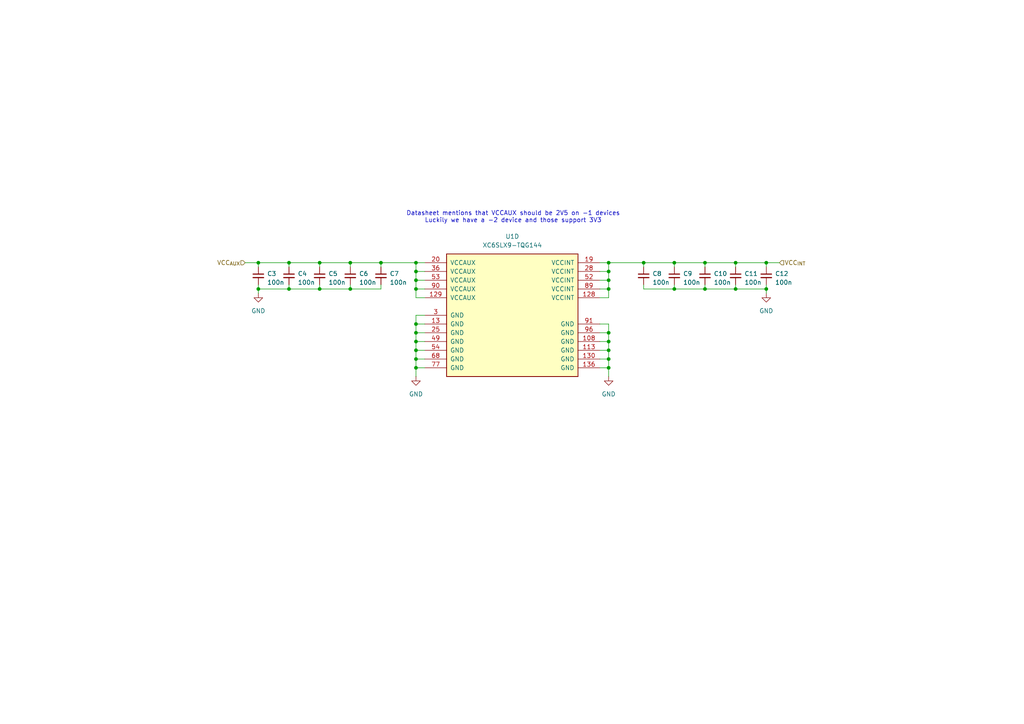
<source format=kicad_sch>
(kicad_sch
	(version 20231120)
	(generator "eeschema")
	(generator_version "8.0")
	(uuid "42dd74f1-1cc9-46a4-8896-d3c502f2748b")
	(paper "A4")
	(title_block
		(title "FPGA Power")
		(date "2024-03-11")
		(rev "1")
		(company "https://github.com/Cuprum77")
	)
	(lib_symbols
		(symbol "Device:C_Small"
			(pin_numbers hide)
			(pin_names
				(offset 0.254) hide)
			(exclude_from_sim no)
			(in_bom yes)
			(on_board yes)
			(property "Reference" "C"
				(at 0.254 1.778 0)
				(effects
					(font
						(size 1.27 1.27)
					)
					(justify left)
				)
			)
			(property "Value" "C_Small"
				(at 0.254 -2.032 0)
				(effects
					(font
						(size 1.27 1.27)
					)
					(justify left)
				)
			)
			(property "Footprint" ""
				(at 0 0 0)
				(effects
					(font
						(size 1.27 1.27)
					)
					(hide yes)
				)
			)
			(property "Datasheet" "~"
				(at 0 0 0)
				(effects
					(font
						(size 1.27 1.27)
					)
					(hide yes)
				)
			)
			(property "Description" "Unpolarized capacitor, small symbol"
				(at 0 0 0)
				(effects
					(font
						(size 1.27 1.27)
					)
					(hide yes)
				)
			)
			(property "ki_keywords" "capacitor cap"
				(at 0 0 0)
				(effects
					(font
						(size 1.27 1.27)
					)
					(hide yes)
				)
			)
			(property "ki_fp_filters" "C_*"
				(at 0 0 0)
				(effects
					(font
						(size 1.27 1.27)
					)
					(hide yes)
				)
			)
			(symbol "C_Small_0_1"
				(polyline
					(pts
						(xy -1.524 -0.508) (xy 1.524 -0.508)
					)
					(stroke
						(width 0.3302)
						(type default)
					)
					(fill
						(type none)
					)
				)
				(polyline
					(pts
						(xy -1.524 0.508) (xy 1.524 0.508)
					)
					(stroke
						(width 0.3048)
						(type default)
					)
					(fill
						(type none)
					)
				)
			)
			(symbol "C_Small_1_1"
				(pin passive line
					(at 0 2.54 270)
					(length 2.032)
					(name "~"
						(effects
							(font
								(size 1.27 1.27)
							)
						)
					)
					(number "1"
						(effects
							(font
								(size 1.27 1.27)
							)
						)
					)
				)
				(pin passive line
					(at 0 -2.54 90)
					(length 2.032)
					(name "~"
						(effects
							(font
								(size 1.27 1.27)
							)
						)
					)
					(number "2"
						(effects
							(font
								(size 1.27 1.27)
							)
						)
					)
				)
			)
		)
		(symbol "FPGA_Xilinx_Spartan6:XC6SLX9-TQG144"
			(pin_names
				(offset 1.016)
			)
			(exclude_from_sim no)
			(in_bom yes)
			(on_board yes)
			(property "Reference" "U"
				(at 0 1.27 0)
				(effects
					(font
						(size 1.27 1.27)
					)
				)
			)
			(property "Value" "XC6SLX9-TQG144"
				(at 0 -1.27 0)
				(effects
					(font
						(size 1.27 1.27)
					)
				)
			)
			(property "Footprint" ""
				(at 0 0 0)
				(effects
					(font
						(size 1.27 1.27)
					)
					(hide yes)
				)
			)
			(property "Datasheet" ""
				(at 0 0 0)
				(effects
					(font
						(size 1.27 1.27)
					)
				)
			)
			(property "Description" "Spartan 6 LX 9 XC6SLX9-TQG144"
				(at 0 0 0)
				(effects
					(font
						(size 1.27 1.27)
					)
					(hide yes)
				)
			)
			(property "ki_locked" ""
				(at 0 0 0)
				(effects
					(font
						(size 1.27 1.27)
					)
				)
			)
			(property "ki_keywords" "FPGA"
				(at 0 0 0)
				(effects
					(font
						(size 1.27 1.27)
					)
					(hide yes)
				)
			)
			(symbol "XC6SLX9-TQG144_1_1"
				(rectangle
					(start -44.45 36.83)
					(end 44.45 -43.18)
					(stroke
						(width 0.254)
						(type default)
					)
					(fill
						(type background)
					)
				)
				(pin bidirectional line
					(at 50.8 12.7 180)
					(length 6.35)
					(name "IO_L33P_1"
						(effects
							(font
								(size 1.27 1.27)
							)
						)
					)
					(number "100"
						(effects
							(font
								(size 1.27 1.27)
							)
						)
					)
				)
				(pin bidirectional line
					(at 50.8 15.24 180)
					(length 6.35)
					(name "IO_L32N_1"
						(effects
							(font
								(size 1.27 1.27)
							)
						)
					)
					(number "101"
						(effects
							(font
								(size 1.27 1.27)
							)
						)
					)
				)
				(pin bidirectional line
					(at 50.8 17.78 180)
					(length 6.35)
					(name "IO_L32P_1"
						(effects
							(font
								(size 1.27 1.27)
							)
						)
					)
					(number "102"
						(effects
							(font
								(size 1.27 1.27)
							)
						)
					)
				)
				(pin power_in line
					(at 40.64 43.18 270)
					(length 6.35)
					(name "VCCO_1"
						(effects
							(font
								(size 1.27 1.27)
							)
						)
					)
					(number "103"
						(effects
							(font
								(size 1.27 1.27)
							)
						)
					)
				)
				(pin bidirectional line
					(at 50.8 20.32 180)
					(length 6.35)
					(name "IO_L1N_VREF_1"
						(effects
							(font
								(size 1.27 1.27)
							)
						)
					)
					(number "104"
						(effects
							(font
								(size 1.27 1.27)
							)
						)
					)
				)
				(pin bidirectional line
					(at 50.8 22.86 180)
					(length 6.35)
					(name "IO_L1P_1"
						(effects
							(font
								(size 1.27 1.27)
							)
						)
					)
					(number "105"
						(effects
							(font
								(size 1.27 1.27)
							)
						)
					)
				)
				(pin bidirectional line
					(at -50.8 -40.64 0)
					(length 6.35)
					(name "IO_L66N_SCP0_0"
						(effects
							(font
								(size 1.27 1.27)
							)
						)
					)
					(number "111"
						(effects
							(font
								(size 1.27 1.27)
							)
						)
					)
				)
				(pin bidirectional line
					(at -50.8 -38.1 0)
					(length 6.35)
					(name "IO_L66P_SCP1_0"
						(effects
							(font
								(size 1.27 1.27)
							)
						)
					)
					(number "112"
						(effects
							(font
								(size 1.27 1.27)
							)
						)
					)
				)
				(pin bidirectional line
					(at -50.8 -35.56 0)
					(length 6.35)
					(name "IO_L65N_SCP2_0"
						(effects
							(font
								(size 1.27 1.27)
							)
						)
					)
					(number "114"
						(effects
							(font
								(size 1.27 1.27)
							)
						)
					)
				)
				(pin bidirectional line
					(at -50.8 -33.02 0)
					(length 6.35)
					(name "IO_L65P_SCP3_0"
						(effects
							(font
								(size 1.27 1.27)
							)
						)
					)
					(number "115"
						(effects
							(font
								(size 1.27 1.27)
							)
						)
					)
				)
				(pin bidirectional line
					(at -50.8 -30.48 0)
					(length 6.35)
					(name "IO_L64N_SCP4_0"
						(effects
							(font
								(size 1.27 1.27)
							)
						)
					)
					(number "116"
						(effects
							(font
								(size 1.27 1.27)
							)
						)
					)
				)
				(pin bidirectional line
					(at -50.8 -27.94 0)
					(length 6.35)
					(name "IO_L64P_SCP5_0"
						(effects
							(font
								(size 1.27 1.27)
							)
						)
					)
					(number "117"
						(effects
							(font
								(size 1.27 1.27)
							)
						)
					)
				)
				(pin bidirectional line
					(at -50.8 -25.4 0)
					(length 6.35)
					(name "IO_L63N_SCP6_0"
						(effects
							(font
								(size 1.27 1.27)
							)
						)
					)
					(number "118"
						(effects
							(font
								(size 1.27 1.27)
							)
						)
					)
				)
				(pin bidirectional line
					(at -50.8 -22.86 0)
					(length 6.35)
					(name "IO_L63P_SCP7_0"
						(effects
							(font
								(size 1.27 1.27)
							)
						)
					)
					(number "119"
						(effects
							(font
								(size 1.27 1.27)
							)
						)
					)
				)
				(pin bidirectional line
					(at -50.8 -20.32 0)
					(length 6.35)
					(name "IO_L62N_VREF_0"
						(effects
							(font
								(size 1.27 1.27)
							)
						)
					)
					(number "120"
						(effects
							(font
								(size 1.27 1.27)
							)
						)
					)
				)
				(pin bidirectional line
					(at -50.8 -17.78 0)
					(length 6.35)
					(name "IO_L62P_0"
						(effects
							(font
								(size 1.27 1.27)
							)
						)
					)
					(number "121"
						(effects
							(font
								(size 1.27 1.27)
							)
						)
					)
				)
				(pin power_in line
					(at -40.64 43.18 270)
					(length 6.35)
					(name "VCCO_0"
						(effects
							(font
								(size 1.27 1.27)
							)
						)
					)
					(number "122"
						(effects
							(font
								(size 1.27 1.27)
							)
						)
					)
				)
				(pin bidirectional line
					(at -50.8 -15.24 0)
					(length 6.35)
					(name "IO_L37N_GCLK12_0"
						(effects
							(font
								(size 1.27 1.27)
							)
						)
					)
					(number "123"
						(effects
							(font
								(size 1.27 1.27)
							)
						)
					)
				)
				(pin bidirectional line
					(at -50.8 -12.7 0)
					(length 6.35)
					(name "IO_L37P_GCLK13_0"
						(effects
							(font
								(size 1.27 1.27)
							)
						)
					)
					(number "124"
						(effects
							(font
								(size 1.27 1.27)
							)
						)
					)
				)
				(pin power_in line
					(at -38.1 43.18 270)
					(length 6.35)
					(name "VCCO_0"
						(effects
							(font
								(size 1.27 1.27)
							)
						)
					)
					(number "125"
						(effects
							(font
								(size 1.27 1.27)
							)
						)
					)
				)
				(pin bidirectional line
					(at -50.8 -10.16 0)
					(length 6.35)
					(name "IO_L36N_GCLK14_0"
						(effects
							(font
								(size 1.27 1.27)
							)
						)
					)
					(number "126"
						(effects
							(font
								(size 1.27 1.27)
							)
						)
					)
				)
				(pin bidirectional line
					(at -50.8 -7.62 0)
					(length 6.35)
					(name "IO_L36P_GCLK15_0"
						(effects
							(font
								(size 1.27 1.27)
							)
						)
					)
					(number "127"
						(effects
							(font
								(size 1.27 1.27)
							)
						)
					)
				)
				(pin bidirectional line
					(at -50.8 -5.08 0)
					(length 6.35)
					(name "IO_L35N_GCLK16_0"
						(effects
							(font
								(size 1.27 1.27)
							)
						)
					)
					(number "131"
						(effects
							(font
								(size 1.27 1.27)
							)
						)
					)
				)
				(pin bidirectional line
					(at -50.8 -2.54 0)
					(length 6.35)
					(name "IO_L35P_GCLK17_0"
						(effects
							(font
								(size 1.27 1.27)
							)
						)
					)
					(number "132"
						(effects
							(font
								(size 1.27 1.27)
							)
						)
					)
				)
				(pin bidirectional line
					(at -50.8 0 0)
					(length 6.35)
					(name "IO_L34N_GCLK18_0"
						(effects
							(font
								(size 1.27 1.27)
							)
						)
					)
					(number "133"
						(effects
							(font
								(size 1.27 1.27)
							)
						)
					)
				)
				(pin bidirectional line
					(at -50.8 2.54 0)
					(length 6.35)
					(name "IO_L34P_GCLK19_0"
						(effects
							(font
								(size 1.27 1.27)
							)
						)
					)
					(number "134"
						(effects
							(font
								(size 1.27 1.27)
							)
						)
					)
				)
				(pin power_in line
					(at -35.56 43.18 270)
					(length 6.35)
					(name "VCCO_0"
						(effects
							(font
								(size 1.27 1.27)
							)
						)
					)
					(number "135"
						(effects
							(font
								(size 1.27 1.27)
							)
						)
					)
				)
				(pin bidirectional line
					(at -50.8 5.08 0)
					(length 6.35)
					(name "IO_L4N_0"
						(effects
							(font
								(size 1.27 1.27)
							)
						)
					)
					(number "137"
						(effects
							(font
								(size 1.27 1.27)
							)
						)
					)
				)
				(pin bidirectional line
					(at -50.8 7.62 0)
					(length 6.35)
					(name "IO_L4P_0"
						(effects
							(font
								(size 1.27 1.27)
							)
						)
					)
					(number "138"
						(effects
							(font
								(size 1.27 1.27)
							)
						)
					)
				)
				(pin bidirectional line
					(at -50.8 10.16 0)
					(length 6.35)
					(name "IO_L3N_0"
						(effects
							(font
								(size 1.27 1.27)
							)
						)
					)
					(number "139"
						(effects
							(font
								(size 1.27 1.27)
							)
						)
					)
				)
				(pin bidirectional line
					(at -50.8 12.7 0)
					(length 6.35)
					(name "IO_L3P_0"
						(effects
							(font
								(size 1.27 1.27)
							)
						)
					)
					(number "140"
						(effects
							(font
								(size 1.27 1.27)
							)
						)
					)
				)
				(pin bidirectional line
					(at -50.8 15.24 0)
					(length 6.35)
					(name "IO_L2N_0"
						(effects
							(font
								(size 1.27 1.27)
							)
						)
					)
					(number "141"
						(effects
							(font
								(size 1.27 1.27)
							)
						)
					)
				)
				(pin bidirectional line
					(at -50.8 17.78 0)
					(length 6.35)
					(name "IO_L2P_0"
						(effects
							(font
								(size 1.27 1.27)
							)
						)
					)
					(number "142"
						(effects
							(font
								(size 1.27 1.27)
							)
						)
					)
				)
				(pin bidirectional line
					(at -50.8 20.32 0)
					(length 6.35)
					(name "IO_L1N_VREF_0"
						(effects
							(font
								(size 1.27 1.27)
							)
						)
					)
					(number "143"
						(effects
							(font
								(size 1.27 1.27)
							)
						)
					)
				)
				(pin bidirectional line
					(at -50.8 22.86 0)
					(length 6.35)
					(name "IO_L1P_HSWAPEN_0"
						(effects
							(font
								(size 1.27 1.27)
							)
						)
					)
					(number "144"
						(effects
							(font
								(size 1.27 1.27)
							)
						)
					)
				)
				(pin bidirectional line
					(at 50.8 -35.56 180)
					(length 6.35)
					(name "IO_L74N_DOUT_BUSY_1"
						(effects
							(font
								(size 1.27 1.27)
							)
						)
					)
					(number "74"
						(effects
							(font
								(size 1.27 1.27)
							)
						)
					)
				)
				(pin bidirectional line
					(at 50.8 -33.02 180)
					(length 6.35)
					(name "IO_L74P_AWAKE_1"
						(effects
							(font
								(size 1.27 1.27)
							)
						)
					)
					(number "75"
						(effects
							(font
								(size 1.27 1.27)
							)
						)
					)
				)
				(pin power_in line
					(at 35.56 43.18 270)
					(length 6.35)
					(name "VCCO_1"
						(effects
							(font
								(size 1.27 1.27)
							)
						)
					)
					(number "76"
						(effects
							(font
								(size 1.27 1.27)
							)
						)
					)
				)
				(pin bidirectional line
					(at 50.8 -30.48 180)
					(length 6.35)
					(name "IO_L47N_1"
						(effects
							(font
								(size 1.27 1.27)
							)
						)
					)
					(number "78"
						(effects
							(font
								(size 1.27 1.27)
							)
						)
					)
				)
				(pin bidirectional line
					(at 50.8 -27.94 180)
					(length 6.35)
					(name "IO_L47P_1"
						(effects
							(font
								(size 1.27 1.27)
							)
						)
					)
					(number "79"
						(effects
							(font
								(size 1.27 1.27)
							)
						)
					)
				)
				(pin bidirectional line
					(at 50.8 -25.4 180)
					(length 6.35)
					(name "IO_L46N_1"
						(effects
							(font
								(size 1.27 1.27)
							)
						)
					)
					(number "80"
						(effects
							(font
								(size 1.27 1.27)
							)
						)
					)
				)
				(pin bidirectional line
					(at 50.8 -22.86 180)
					(length 6.35)
					(name "IO_L46P_1"
						(effects
							(font
								(size 1.27 1.27)
							)
						)
					)
					(number "81"
						(effects
							(font
								(size 1.27 1.27)
							)
						)
					)
				)
				(pin bidirectional line
					(at 50.8 -20.32 180)
					(length 6.35)
					(name "IO_L45N_1"
						(effects
							(font
								(size 1.27 1.27)
							)
						)
					)
					(number "82"
						(effects
							(font
								(size 1.27 1.27)
							)
						)
					)
				)
				(pin bidirectional line
					(at 50.8 -17.78 180)
					(length 6.35)
					(name "IO_L45P_1"
						(effects
							(font
								(size 1.27 1.27)
							)
						)
					)
					(number "83"
						(effects
							(font
								(size 1.27 1.27)
							)
						)
					)
				)
				(pin bidirectional line
					(at 50.8 -15.24 180)
					(length 6.35)
					(name "IO_L43N_GCLK4_1"
						(effects
							(font
								(size 1.27 1.27)
							)
						)
					)
					(number "84"
						(effects
							(font
								(size 1.27 1.27)
							)
						)
					)
				)
				(pin bidirectional line
					(at 50.8 -12.7 180)
					(length 6.35)
					(name "IO_L43P_GCLK5_1"
						(effects
							(font
								(size 1.27 1.27)
							)
						)
					)
					(number "85"
						(effects
							(font
								(size 1.27 1.27)
							)
						)
					)
				)
				(pin power_in line
					(at 38.1 43.18 270)
					(length 6.35)
					(name "VCCO_1"
						(effects
							(font
								(size 1.27 1.27)
							)
						)
					)
					(number "86"
						(effects
							(font
								(size 1.27 1.27)
							)
						)
					)
				)
				(pin bidirectional line
					(at 50.8 -10.16 180)
					(length 6.35)
					(name "IO_L42N_GCLK6_TRDY1_1"
						(effects
							(font
								(size 1.27 1.27)
							)
						)
					)
					(number "87"
						(effects
							(font
								(size 1.27 1.27)
							)
						)
					)
				)
				(pin bidirectional line
					(at 50.8 -7.62 180)
					(length 6.35)
					(name "IO_L42P_GCLK7_1"
						(effects
							(font
								(size 1.27 1.27)
							)
						)
					)
					(number "88"
						(effects
							(font
								(size 1.27 1.27)
							)
						)
					)
				)
				(pin bidirectional line
					(at 50.8 -5.08 180)
					(length 6.35)
					(name "IO_L41N_GCLK8_1"
						(effects
							(font
								(size 1.27 1.27)
							)
						)
					)
					(number "92"
						(effects
							(font
								(size 1.27 1.27)
							)
						)
					)
				)
				(pin bidirectional line
					(at 50.8 -2.54 180)
					(length 6.35)
					(name "IO_L41P_GCLK9_IRDY1_1"
						(effects
							(font
								(size 1.27 1.27)
							)
						)
					)
					(number "93"
						(effects
							(font
								(size 1.27 1.27)
							)
						)
					)
				)
				(pin bidirectional line
					(at 50.8 0 180)
					(length 6.35)
					(name "IO_L40N_GCLK10_1"
						(effects
							(font
								(size 1.27 1.27)
							)
						)
					)
					(number "94"
						(effects
							(font
								(size 1.27 1.27)
							)
						)
					)
				)
				(pin bidirectional line
					(at 50.8 2.54 180)
					(length 6.35)
					(name "IO_L40P_GCLK11_1"
						(effects
							(font
								(size 1.27 1.27)
							)
						)
					)
					(number "95"
						(effects
							(font
								(size 1.27 1.27)
							)
						)
					)
				)
				(pin bidirectional line
					(at 50.8 5.08 180)
					(length 6.35)
					(name "IO_L34N_1"
						(effects
							(font
								(size 1.27 1.27)
							)
						)
					)
					(number "97"
						(effects
							(font
								(size 1.27 1.27)
							)
						)
					)
				)
				(pin bidirectional line
					(at 50.8 7.62 180)
					(length 6.35)
					(name "IO_L34P_1"
						(effects
							(font
								(size 1.27 1.27)
							)
						)
					)
					(number "98"
						(effects
							(font
								(size 1.27 1.27)
							)
						)
					)
				)
				(pin bidirectional line
					(at 50.8 10.16 180)
					(length 6.35)
					(name "IO_L33N_1"
						(effects
							(font
								(size 1.27 1.27)
							)
						)
					)
					(number "99"
						(effects
							(font
								(size 1.27 1.27)
							)
						)
					)
				)
			)
			(symbol "XC6SLX9-TQG144_2_1"
				(rectangle
					(start -44.45 36.83)
					(end 44.45 -43.18)
					(stroke
						(width 0.254)
						(type default)
					)
					(fill
						(type background)
					)
				)
				(pin bidirectional line
					(at 50.8 -40.64 180)
					(length 6.35)
					(name "IO_L83N_VREF_3"
						(effects
							(font
								(size 1.27 1.27)
							)
						)
					)
					(number "1"
						(effects
							(font
								(size 1.27 1.27)
							)
						)
					)
				)
				(pin bidirectional line
					(at 50.8 -22.86 180)
					(length 6.35)
					(name "IO_L50P_3"
						(effects
							(font
								(size 1.27 1.27)
							)
						)
					)
					(number "10"
						(effects
							(font
								(size 1.27 1.27)
							)
						)
					)
				)
				(pin bidirectional line
					(at 50.8 -20.32 180)
					(length 6.35)
					(name "IO_L49N_3"
						(effects
							(font
								(size 1.27 1.27)
							)
						)
					)
					(number "11"
						(effects
							(font
								(size 1.27 1.27)
							)
						)
					)
				)
				(pin bidirectional line
					(at 50.8 -17.78 180)
					(length 6.35)
					(name "IO_L49P_3"
						(effects
							(font
								(size 1.27 1.27)
							)
						)
					)
					(number "12"
						(effects
							(font
								(size 1.27 1.27)
							)
						)
					)
				)
				(pin bidirectional line
					(at 50.8 -15.24 180)
					(length 6.35)
					(name "IO_L44N_GCLK20_3"
						(effects
							(font
								(size 1.27 1.27)
							)
						)
					)
					(number "14"
						(effects
							(font
								(size 1.27 1.27)
							)
						)
					)
				)
				(pin bidirectional line
					(at 50.8 -12.7 180)
					(length 6.35)
					(name "IO_L44P_GCLK21_3"
						(effects
							(font
								(size 1.27 1.27)
							)
						)
					)
					(number "15"
						(effects
							(font
								(size 1.27 1.27)
							)
						)
					)
				)
				(pin bidirectional line
					(at 50.8 -10.16 180)
					(length 6.35)
					(name "IO_L43N_GCLK22_IRDY2_3"
						(effects
							(font
								(size 1.27 1.27)
							)
						)
					)
					(number "16"
						(effects
							(font
								(size 1.27 1.27)
							)
						)
					)
				)
				(pin bidirectional line
					(at 50.8 -7.62 180)
					(length 6.35)
					(name "IO_L43P_GCLK23_3"
						(effects
							(font
								(size 1.27 1.27)
							)
						)
					)
					(number "17"
						(effects
							(font
								(size 1.27 1.27)
							)
						)
					)
				)
				(pin power_in line
					(at 38.1 43.18 270)
					(length 6.35)
					(name "VCCO_3"
						(effects
							(font
								(size 1.27 1.27)
							)
						)
					)
					(number "18"
						(effects
							(font
								(size 1.27 1.27)
							)
						)
					)
				)
				(pin bidirectional line
					(at 50.8 -38.1 180)
					(length 6.35)
					(name "IO_L83P_3"
						(effects
							(font
								(size 1.27 1.27)
							)
						)
					)
					(number "2"
						(effects
							(font
								(size 1.27 1.27)
							)
						)
					)
				)
				(pin bidirectional line
					(at 50.8 -5.08 180)
					(length 6.35)
					(name "IO_L42N_GCLK24_3"
						(effects
							(font
								(size 1.27 1.27)
							)
						)
					)
					(number "21"
						(effects
							(font
								(size 1.27 1.27)
							)
						)
					)
				)
				(pin bidirectional line
					(at 50.8 -2.54 180)
					(length 6.35)
					(name "IO_L42P_GCLK25_TRDY2_3"
						(effects
							(font
								(size 1.27 1.27)
							)
						)
					)
					(number "22"
						(effects
							(font
								(size 1.27 1.27)
							)
						)
					)
				)
				(pin bidirectional line
					(at 50.8 0 180)
					(length 6.35)
					(name "IO_L41N_GCLK26_3"
						(effects
							(font
								(size 1.27 1.27)
							)
						)
					)
					(number "23"
						(effects
							(font
								(size 1.27 1.27)
							)
						)
					)
				)
				(pin bidirectional line
					(at 50.8 2.54 180)
					(length 6.35)
					(name "IO_L41P_GCLK27_3"
						(effects
							(font
								(size 1.27 1.27)
							)
						)
					)
					(number "24"
						(effects
							(font
								(size 1.27 1.27)
							)
						)
					)
				)
				(pin bidirectional line
					(at 50.8 5.08 180)
					(length 6.35)
					(name "IO_L37N_3"
						(effects
							(font
								(size 1.27 1.27)
							)
						)
					)
					(number "26"
						(effects
							(font
								(size 1.27 1.27)
							)
						)
					)
				)
				(pin bidirectional line
					(at 50.8 7.62 180)
					(length 6.35)
					(name "IO_L37P_3"
						(effects
							(font
								(size 1.27 1.27)
							)
						)
					)
					(number "27"
						(effects
							(font
								(size 1.27 1.27)
							)
						)
					)
				)
				(pin bidirectional line
					(at 50.8 10.16 180)
					(length 6.35)
					(name "IO_L36N_3"
						(effects
							(font
								(size 1.27 1.27)
							)
						)
					)
					(number "29"
						(effects
							(font
								(size 1.27 1.27)
							)
						)
					)
				)
				(pin bidirectional line
					(at 50.8 12.7 180)
					(length 6.35)
					(name "IO_L36P_3"
						(effects
							(font
								(size 1.27 1.27)
							)
						)
					)
					(number "30"
						(effects
							(font
								(size 1.27 1.27)
							)
						)
					)
				)
				(pin power_in line
					(at 40.64 43.18 270)
					(length 6.35)
					(name "VCCO_3"
						(effects
							(font
								(size 1.27 1.27)
							)
						)
					)
					(number "31"
						(effects
							(font
								(size 1.27 1.27)
							)
						)
					)
				)
				(pin bidirectional line
					(at 50.8 15.24 180)
					(length 6.35)
					(name "IO_L2N_3"
						(effects
							(font
								(size 1.27 1.27)
							)
						)
					)
					(number "32"
						(effects
							(font
								(size 1.27 1.27)
							)
						)
					)
				)
				(pin bidirectional line
					(at 50.8 17.78 180)
					(length 6.35)
					(name "IO_L2P_3"
						(effects
							(font
								(size 1.27 1.27)
							)
						)
					)
					(number "33"
						(effects
							(font
								(size 1.27 1.27)
							)
						)
					)
				)
				(pin bidirectional line
					(at 50.8 20.32 180)
					(length 6.35)
					(name "IO_L1N_VREF_3"
						(effects
							(font
								(size 1.27 1.27)
							)
						)
					)
					(number "34"
						(effects
							(font
								(size 1.27 1.27)
							)
						)
					)
				)
				(pin bidirectional line
					(at 50.8 22.86 180)
					(length 6.35)
					(name "IO_L1P_3"
						(effects
							(font
								(size 1.27 1.27)
							)
						)
					)
					(number "35"
						(effects
							(font
								(size 1.27 1.27)
							)
						)
					)
				)
				(pin bidirectional line
					(at -50.8 -40.64 0)
					(length 6.35)
					(name "IO_L65N_CSO_B_2"
						(effects
							(font
								(size 1.27 1.27)
							)
						)
					)
					(number "38"
						(effects
							(font
								(size 1.27 1.27)
							)
						)
					)
				)
				(pin bidirectional line
					(at -50.8 -38.1 0)
					(length 6.35)
					(name "IO_L65P_INIT_B_2"
						(effects
							(font
								(size 1.27 1.27)
							)
						)
					)
					(number "39"
						(effects
							(font
								(size 1.27 1.27)
							)
						)
					)
				)
				(pin power_in line
					(at 35.56 43.18 270)
					(length 6.35)
					(name "VCCO_3"
						(effects
							(font
								(size 1.27 1.27)
							)
						)
					)
					(number "4"
						(effects
							(font
								(size 1.27 1.27)
							)
						)
					)
				)
				(pin bidirectional line
					(at -50.8 -35.56 0)
					(length 6.35)
					(name "IO_L64N_D9_2"
						(effects
							(font
								(size 1.27 1.27)
							)
						)
					)
					(number "40"
						(effects
							(font
								(size 1.27 1.27)
							)
						)
					)
				)
				(pin bidirectional line
					(at -50.8 -33.02 0)
					(length 6.35)
					(name "IO_L64P_D8_2"
						(effects
							(font
								(size 1.27 1.27)
							)
						)
					)
					(number "41"
						(effects
							(font
								(size 1.27 1.27)
							)
						)
					)
				)
				(pin power_in line
					(at -40.64 43.18 270)
					(length 6.35)
					(name "VCCO_2"
						(effects
							(font
								(size 1.27 1.27)
							)
						)
					)
					(number "42"
						(effects
							(font
								(size 1.27 1.27)
							)
						)
					)
				)
				(pin bidirectional line
					(at -50.8 -30.48 0)
					(length 6.35)
					(name "IO_L62N_D6_2"
						(effects
							(font
								(size 1.27 1.27)
							)
						)
					)
					(number "43"
						(effects
							(font
								(size 1.27 1.27)
							)
						)
					)
				)
				(pin bidirectional line
					(at -50.8 -27.94 0)
					(length 6.35)
					(name "IO_L62P_D5_2"
						(effects
							(font
								(size 1.27 1.27)
							)
						)
					)
					(number "44"
						(effects
							(font
								(size 1.27 1.27)
							)
						)
					)
				)
				(pin bidirectional line
					(at -50.8 -25.4 0)
					(length 6.35)
					(name "IO_L49N_D4_2"
						(effects
							(font
								(size 1.27 1.27)
							)
						)
					)
					(number "45"
						(effects
							(font
								(size 1.27 1.27)
							)
						)
					)
				)
				(pin bidirectional line
					(at -50.8 -22.86 0)
					(length 6.35)
					(name "IO_L49P_D3_2"
						(effects
							(font
								(size 1.27 1.27)
							)
						)
					)
					(number "46"
						(effects
							(font
								(size 1.27 1.27)
							)
						)
					)
				)
				(pin bidirectional line
					(at -50.8 -20.32 0)
					(length 6.35)
					(name "IO_L48N_RDWR_B_VREF_2"
						(effects
							(font
								(size 1.27 1.27)
							)
						)
					)
					(number "47"
						(effects
							(font
								(size 1.27 1.27)
							)
						)
					)
				)
				(pin bidirectional line
					(at -50.8 -17.78 0)
					(length 6.35)
					(name "IO_L48P_D7_2"
						(effects
							(font
								(size 1.27 1.27)
							)
						)
					)
					(number "48"
						(effects
							(font
								(size 1.27 1.27)
							)
						)
					)
				)
				(pin bidirectional line
					(at 50.8 -35.56 180)
					(length 6.35)
					(name "IO_L52N_3"
						(effects
							(font
								(size 1.27 1.27)
							)
						)
					)
					(number "5"
						(effects
							(font
								(size 1.27 1.27)
							)
						)
					)
				)
				(pin bidirectional line
					(at -50.8 -15.24 0)
					(length 6.35)
					(name "IO_L31N_GCLK30_D15_2"
						(effects
							(font
								(size 1.27 1.27)
							)
						)
					)
					(number "50"
						(effects
							(font
								(size 1.27 1.27)
							)
						)
					)
				)
				(pin bidirectional line
					(at -50.8 -12.7 0)
					(length 6.35)
					(name "IO_L31P_GCLK31_D14_2"
						(effects
							(font
								(size 1.27 1.27)
							)
						)
					)
					(number "51"
						(effects
							(font
								(size 1.27 1.27)
							)
						)
					)
				)
				(pin bidirectional line
					(at -50.8 -10.16 0)
					(length 6.35)
					(name "IO_L30N_GCLK0_USERCCLK_2"
						(effects
							(font
								(size 1.27 1.27)
							)
						)
					)
					(number "55"
						(effects
							(font
								(size 1.27 1.27)
							)
						)
					)
				)
				(pin bidirectional line
					(at -50.8 -7.62 0)
					(length 6.35)
					(name "IO_L30P_GCLK1_D13_2"
						(effects
							(font
								(size 1.27 1.27)
							)
						)
					)
					(number "56"
						(effects
							(font
								(size 1.27 1.27)
							)
						)
					)
				)
				(pin bidirectional line
					(at -50.8 -5.08 0)
					(length 6.35)
					(name "IO_L14N_D12_2"
						(effects
							(font
								(size 1.27 1.27)
							)
						)
					)
					(number "57"
						(effects
							(font
								(size 1.27 1.27)
							)
						)
					)
				)
				(pin bidirectional line
					(at -50.8 -2.54 0)
					(length 6.35)
					(name "IO_L14P_D11_2"
						(effects
							(font
								(size 1.27 1.27)
							)
						)
					)
					(number "58"
						(effects
							(font
								(size 1.27 1.27)
							)
						)
					)
				)
				(pin bidirectional line
					(at -50.8 0 0)
					(length 6.35)
					(name "IO_L13N_D10_2"
						(effects
							(font
								(size 1.27 1.27)
							)
						)
					)
					(number "59"
						(effects
							(font
								(size 1.27 1.27)
							)
						)
					)
				)
				(pin bidirectional line
					(at 50.8 -33.02 180)
					(length 6.35)
					(name "IO_L52P_3"
						(effects
							(font
								(size 1.27 1.27)
							)
						)
					)
					(number "6"
						(effects
							(font
								(size 1.27 1.27)
							)
						)
					)
				)
				(pin bidirectional line
					(at -50.8 2.54 0)
					(length 6.35)
					(name "IO_L13P_M1_2"
						(effects
							(font
								(size 1.27 1.27)
							)
						)
					)
					(number "60"
						(effects
							(font
								(size 1.27 1.27)
							)
						)
					)
				)
				(pin bidirectional line
					(at -50.8 5.08 0)
					(length 6.35)
					(name "IO_L12N_D2_MISO3_2"
						(effects
							(font
								(size 1.27 1.27)
							)
						)
					)
					(number "61"
						(effects
							(font
								(size 1.27 1.27)
							)
						)
					)
				)
				(pin bidirectional line
					(at -50.8 7.62 0)
					(length 6.35)
					(name "IO_L12P_D1_MISO2_2"
						(effects
							(font
								(size 1.27 1.27)
							)
						)
					)
					(number "62"
						(effects
							(font
								(size 1.27 1.27)
							)
						)
					)
				)
				(pin power_in line
					(at -38.1 43.18 270)
					(length 6.35)
					(name "VCCO_2"
						(effects
							(font
								(size 1.27 1.27)
							)
						)
					)
					(number "63"
						(effects
							(font
								(size 1.27 1.27)
							)
						)
					)
				)
				(pin bidirectional line
					(at -50.8 10.16 0)
					(length 6.35)
					(name "IO_L3N_MOSI_CSI_B_MISO0_2"
						(effects
							(font
								(size 1.27 1.27)
							)
						)
					)
					(number "64"
						(effects
							(font
								(size 1.27 1.27)
							)
						)
					)
				)
				(pin bidirectional line
					(at -50.8 12.7 0)
					(length 6.35)
					(name "IO_L3P_D0_DIN_MISO_MISO1_2"
						(effects
							(font
								(size 1.27 1.27)
							)
						)
					)
					(number "65"
						(effects
							(font
								(size 1.27 1.27)
							)
						)
					)
				)
				(pin bidirectional line
					(at -50.8 15.24 0)
					(length 6.35)
					(name "IO_L2N_CMPMOSI_2"
						(effects
							(font
								(size 1.27 1.27)
							)
						)
					)
					(number "66"
						(effects
							(font
								(size 1.27 1.27)
							)
						)
					)
				)
				(pin bidirectional line
					(at -50.8 17.78 0)
					(length 6.35)
					(name "IO_L2P_CMPCLK_2"
						(effects
							(font
								(size 1.27 1.27)
							)
						)
					)
					(number "67"
						(effects
							(font
								(size 1.27 1.27)
							)
						)
					)
				)
				(pin bidirectional line
					(at -50.8 20.32 0)
					(length 6.35)
					(name "IO_L1N_M0_CMPMISO_2"
						(effects
							(font
								(size 1.27 1.27)
							)
						)
					)
					(number "69"
						(effects
							(font
								(size 1.27 1.27)
							)
						)
					)
				)
				(pin bidirectional line
					(at 50.8 -30.48 180)
					(length 6.35)
					(name "IO_L51N_3"
						(effects
							(font
								(size 1.27 1.27)
							)
						)
					)
					(number "7"
						(effects
							(font
								(size 1.27 1.27)
							)
						)
					)
				)
				(pin bidirectional line
					(at -50.8 22.86 0)
					(length 6.35)
					(name "IO_L1P_CCLK_2"
						(effects
							(font
								(size 1.27 1.27)
							)
						)
					)
					(number "70"
						(effects
							(font
								(size 1.27 1.27)
							)
						)
					)
				)
				(pin bidirectional line
					(at 50.8 -27.94 180)
					(length 6.35)
					(name "IO_L51P_3"
						(effects
							(font
								(size 1.27 1.27)
							)
						)
					)
					(number "8"
						(effects
							(font
								(size 1.27 1.27)
							)
						)
					)
				)
				(pin bidirectional line
					(at 50.8 -25.4 180)
					(length 6.35)
					(name "IO_L50N_3"
						(effects
							(font
								(size 1.27 1.27)
							)
						)
					)
					(number "9"
						(effects
							(font
								(size 1.27 1.27)
							)
						)
					)
				)
			)
			(symbol "XC6SLX9-TQG144_3_1"
				(rectangle
					(start -31.75 15.24)
					(end 31.75 -15.24)
					(stroke
						(width 0.254)
						(type default)
					)
					(fill
						(type background)
					)
				)
				(pin bidirectional line
					(at 38.1 10.16 180)
					(length 6.35)
					(name "TDO"
						(effects
							(font
								(size 1.27 1.27)
							)
						)
					)
					(number "106"
						(effects
							(font
								(size 1.27 1.27)
							)
						)
					)
				)
				(pin bidirectional line
					(at 38.1 7.62 180)
					(length 6.35)
					(name "TMS"
						(effects
							(font
								(size 1.27 1.27)
							)
						)
					)
					(number "107"
						(effects
							(font
								(size 1.27 1.27)
							)
						)
					)
				)
				(pin bidirectional line
					(at 38.1 5.08 180)
					(length 6.35)
					(name "TCK"
						(effects
							(font
								(size 1.27 1.27)
							)
						)
					)
					(number "109"
						(effects
							(font
								(size 1.27 1.27)
							)
						)
					)
				)
				(pin bidirectional line
					(at 38.1 12.7 180)
					(length 6.35)
					(name "TDI"
						(effects
							(font
								(size 1.27 1.27)
							)
						)
					)
					(number "110"
						(effects
							(font
								(size 1.27 1.27)
							)
						)
					)
				)
				(pin bidirectional line
					(at 38.1 -2.54 180)
					(length 6.35)
					(name "PROGRAM_B_2"
						(effects
							(font
								(size 1.27 1.27)
							)
						)
					)
					(number "37"
						(effects
							(font
								(size 1.27 1.27)
							)
						)
					)
				)
				(pin bidirectional line
					(at 38.1 0 180)
					(length 6.35)
					(name "DONE_2"
						(effects
							(font
								(size 1.27 1.27)
							)
						)
					)
					(number "71"
						(effects
							(font
								(size 1.27 1.27)
							)
						)
					)
				)
				(pin bidirectional line
					(at 38.1 -12.7 180)
					(length 6.35)
					(name "CMPCS_B_2"
						(effects
							(font
								(size 1.27 1.27)
							)
						)
					)
					(number "72"
						(effects
							(font
								(size 1.27 1.27)
							)
						)
					)
				)
				(pin bidirectional line
					(at 38.1 -7.62 180)
					(length 6.35)
					(name "SUSPEND"
						(effects
							(font
								(size 1.27 1.27)
							)
						)
					)
					(number "73"
						(effects
							(font
								(size 1.27 1.27)
							)
						)
					)
				)
			)
			(symbol "XC6SLX9-TQG144_4_1"
				(rectangle
					(start -19.05 17.78)
					(end 19.05 -17.78)
					(stroke
						(width 0.254)
						(type default)
					)
					(fill
						(type background)
					)
				)
				(pin power_in line
					(at 25.4 -7.62 180)
					(length 6.35)
					(name "GND"
						(effects
							(font
								(size 1.27 1.27)
							)
						)
					)
					(number "108"
						(effects
							(font
								(size 1.27 1.27)
							)
						)
					)
				)
				(pin power_in line
					(at 25.4 -10.16 180)
					(length 6.35)
					(name "GND"
						(effects
							(font
								(size 1.27 1.27)
							)
						)
					)
					(number "113"
						(effects
							(font
								(size 1.27 1.27)
							)
						)
					)
				)
				(pin power_in line
					(at 25.4 5.08 180)
					(length 6.35)
					(name "VCCINT"
						(effects
							(font
								(size 1.27 1.27)
							)
						)
					)
					(number "128"
						(effects
							(font
								(size 1.27 1.27)
							)
						)
					)
				)
				(pin power_in line
					(at -25.4 5.08 0)
					(length 6.35)
					(name "VCCAUX"
						(effects
							(font
								(size 1.27 1.27)
							)
						)
					)
					(number "129"
						(effects
							(font
								(size 1.27 1.27)
							)
						)
					)
				)
				(pin power_in line
					(at -25.4 -2.54 0)
					(length 6.35)
					(name "GND"
						(effects
							(font
								(size 1.27 1.27)
							)
						)
					)
					(number "13"
						(effects
							(font
								(size 1.27 1.27)
							)
						)
					)
				)
				(pin power_in line
					(at 25.4 -12.7 180)
					(length 6.35)
					(name "GND"
						(effects
							(font
								(size 1.27 1.27)
							)
						)
					)
					(number "130"
						(effects
							(font
								(size 1.27 1.27)
							)
						)
					)
				)
				(pin power_in line
					(at 25.4 -15.24 180)
					(length 6.35)
					(name "GND"
						(effects
							(font
								(size 1.27 1.27)
							)
						)
					)
					(number "136"
						(effects
							(font
								(size 1.27 1.27)
							)
						)
					)
				)
				(pin power_in line
					(at 25.4 15.24 180)
					(length 6.35)
					(name "VCCINT"
						(effects
							(font
								(size 1.27 1.27)
							)
						)
					)
					(number "19"
						(effects
							(font
								(size 1.27 1.27)
							)
						)
					)
				)
				(pin power_in line
					(at -25.4 15.24 0)
					(length 6.35)
					(name "VCCAUX"
						(effects
							(font
								(size 1.27 1.27)
							)
						)
					)
					(number "20"
						(effects
							(font
								(size 1.27 1.27)
							)
						)
					)
				)
				(pin power_in line
					(at -25.4 -5.08 0)
					(length 6.35)
					(name "GND"
						(effects
							(font
								(size 1.27 1.27)
							)
						)
					)
					(number "25"
						(effects
							(font
								(size 1.27 1.27)
							)
						)
					)
				)
				(pin power_in line
					(at 25.4 12.7 180)
					(length 6.35)
					(name "VCCINT"
						(effects
							(font
								(size 1.27 1.27)
							)
						)
					)
					(number "28"
						(effects
							(font
								(size 1.27 1.27)
							)
						)
					)
				)
				(pin power_in line
					(at -25.4 0 0)
					(length 6.35)
					(name "GND"
						(effects
							(font
								(size 1.27 1.27)
							)
						)
					)
					(number "3"
						(effects
							(font
								(size 1.27 1.27)
							)
						)
					)
				)
				(pin power_in line
					(at -25.4 12.7 0)
					(length 6.35)
					(name "VCCAUX"
						(effects
							(font
								(size 1.27 1.27)
							)
						)
					)
					(number "36"
						(effects
							(font
								(size 1.27 1.27)
							)
						)
					)
				)
				(pin power_in line
					(at -25.4 -7.62 0)
					(length 6.35)
					(name "GND"
						(effects
							(font
								(size 1.27 1.27)
							)
						)
					)
					(number "49"
						(effects
							(font
								(size 1.27 1.27)
							)
						)
					)
				)
				(pin power_in line
					(at 25.4 10.16 180)
					(length 6.35)
					(name "VCCINT"
						(effects
							(font
								(size 1.27 1.27)
							)
						)
					)
					(number "52"
						(effects
							(font
								(size 1.27 1.27)
							)
						)
					)
				)
				(pin power_in line
					(at -25.4 10.16 0)
					(length 6.35)
					(name "VCCAUX"
						(effects
							(font
								(size 1.27 1.27)
							)
						)
					)
					(number "53"
						(effects
							(font
								(size 1.27 1.27)
							)
						)
					)
				)
				(pin power_in line
					(at -25.4 -10.16 0)
					(length 6.35)
					(name "GND"
						(effects
							(font
								(size 1.27 1.27)
							)
						)
					)
					(number "54"
						(effects
							(font
								(size 1.27 1.27)
							)
						)
					)
				)
				(pin power_in line
					(at -25.4 -12.7 0)
					(length 6.35)
					(name "GND"
						(effects
							(font
								(size 1.27 1.27)
							)
						)
					)
					(number "68"
						(effects
							(font
								(size 1.27 1.27)
							)
						)
					)
				)
				(pin power_in line
					(at -25.4 -15.24 0)
					(length 6.35)
					(name "GND"
						(effects
							(font
								(size 1.27 1.27)
							)
						)
					)
					(number "77"
						(effects
							(font
								(size 1.27 1.27)
							)
						)
					)
				)
				(pin power_in line
					(at 25.4 7.62 180)
					(length 6.35)
					(name "VCCINT"
						(effects
							(font
								(size 1.27 1.27)
							)
						)
					)
					(number "89"
						(effects
							(font
								(size 1.27 1.27)
							)
						)
					)
				)
				(pin power_in line
					(at -25.4 7.62 0)
					(length 6.35)
					(name "VCCAUX"
						(effects
							(font
								(size 1.27 1.27)
							)
						)
					)
					(number "90"
						(effects
							(font
								(size 1.27 1.27)
							)
						)
					)
				)
				(pin power_in line
					(at 25.4 -2.54 180)
					(length 6.35)
					(name "GND"
						(effects
							(font
								(size 1.27 1.27)
							)
						)
					)
					(number "91"
						(effects
							(font
								(size 1.27 1.27)
							)
						)
					)
				)
				(pin power_in line
					(at 25.4 -5.08 180)
					(length 6.35)
					(name "GND"
						(effects
							(font
								(size 1.27 1.27)
							)
						)
					)
					(number "96"
						(effects
							(font
								(size 1.27 1.27)
							)
						)
					)
				)
			)
		)
		(symbol "power:GND"
			(power)
			(pin_numbers hide)
			(pin_names
				(offset 0) hide)
			(exclude_from_sim no)
			(in_bom yes)
			(on_board yes)
			(property "Reference" "#PWR"
				(at 0 -6.35 0)
				(effects
					(font
						(size 1.27 1.27)
					)
					(hide yes)
				)
			)
			(property "Value" "GND"
				(at 0 -3.81 0)
				(effects
					(font
						(size 1.27 1.27)
					)
				)
			)
			(property "Footprint" ""
				(at 0 0 0)
				(effects
					(font
						(size 1.27 1.27)
					)
					(hide yes)
				)
			)
			(property "Datasheet" ""
				(at 0 0 0)
				(effects
					(font
						(size 1.27 1.27)
					)
					(hide yes)
				)
			)
			(property "Description" "Power symbol creates a global label with name \"GND\" , ground"
				(at 0 0 0)
				(effects
					(font
						(size 1.27 1.27)
					)
					(hide yes)
				)
			)
			(property "ki_keywords" "global power"
				(at 0 0 0)
				(effects
					(font
						(size 1.27 1.27)
					)
					(hide yes)
				)
			)
			(symbol "GND_0_1"
				(polyline
					(pts
						(xy 0 0) (xy 0 -1.27) (xy 1.27 -1.27) (xy 0 -2.54) (xy -1.27 -1.27) (xy 0 -1.27)
					)
					(stroke
						(width 0)
						(type default)
					)
					(fill
						(type none)
					)
				)
			)
			(symbol "GND_1_1"
				(pin power_in line
					(at 0 0 270)
					(length 0)
					(name "~"
						(effects
							(font
								(size 1.27 1.27)
							)
						)
					)
					(number "1"
						(effects
							(font
								(size 1.27 1.27)
							)
						)
					)
				)
			)
		)
	)
	(junction
		(at 120.65 81.28)
		(diameter 0)
		(color 0 0 0 0)
		(uuid "0f2abbde-8540-4be2-983f-936e49fdc9be")
	)
	(junction
		(at 101.6 83.82)
		(diameter 0)
		(color 0 0 0 0)
		(uuid "0ffbfbcc-b2cb-440a-852e-5cade57dfc97")
	)
	(junction
		(at 213.36 83.82)
		(diameter 0)
		(color 0 0 0 0)
		(uuid "124389d6-5d88-4d62-8437-f70886f56e36")
	)
	(junction
		(at 186.69 76.2)
		(diameter 0)
		(color 0 0 0 0)
		(uuid "1c6cd092-5901-4746-9a66-db9cdf622b49")
	)
	(junction
		(at 176.53 76.2)
		(diameter 0)
		(color 0 0 0 0)
		(uuid "209fbeff-3346-4ff8-8186-14bbdb52b650")
	)
	(junction
		(at 176.53 104.14)
		(diameter 0)
		(color 0 0 0 0)
		(uuid "226a3ac3-480a-42f0-8498-f552606f81d1")
	)
	(junction
		(at 120.65 78.74)
		(diameter 0)
		(color 0 0 0 0)
		(uuid "23f8eaa9-1c5d-4378-ad60-37dbcd632c4e")
	)
	(junction
		(at 120.65 99.06)
		(diameter 0)
		(color 0 0 0 0)
		(uuid "2a8be7dd-8140-4e25-aa5b-d3ffaf77d10d")
	)
	(junction
		(at 101.6 76.2)
		(diameter 0)
		(color 0 0 0 0)
		(uuid "2e44b9a3-fc77-435d-b795-b8d273dea01b")
	)
	(junction
		(at 120.65 101.6)
		(diameter 0)
		(color 0 0 0 0)
		(uuid "3069ca8f-1f61-464a-b3e0-7d94c212cb39")
	)
	(junction
		(at 120.65 93.98)
		(diameter 0)
		(color 0 0 0 0)
		(uuid "313eb878-8ded-41a9-8479-da50830b5a95")
	)
	(junction
		(at 213.36 76.2)
		(diameter 0)
		(color 0 0 0 0)
		(uuid "359862b1-21c3-444d-8718-f9f6ccfe925e")
	)
	(junction
		(at 92.71 76.2)
		(diameter 0)
		(color 0 0 0 0)
		(uuid "3772b2b6-d837-44b0-adfa-444fa7855030")
	)
	(junction
		(at 195.58 76.2)
		(diameter 0)
		(color 0 0 0 0)
		(uuid "3ff96c06-f03c-4762-bc30-f98d6c6a5806")
	)
	(junction
		(at 204.47 76.2)
		(diameter 0)
		(color 0 0 0 0)
		(uuid "4a4cd068-30a3-4062-86ec-469c803abd03")
	)
	(junction
		(at 120.65 106.68)
		(diameter 0)
		(color 0 0 0 0)
		(uuid "5de0c8dd-d8ed-4321-9abd-6adabca87ec7")
	)
	(junction
		(at 176.53 101.6)
		(diameter 0)
		(color 0 0 0 0)
		(uuid "6023cfef-33fb-4259-b55d-706023501d78")
	)
	(junction
		(at 74.93 76.2)
		(diameter 0)
		(color 0 0 0 0)
		(uuid "71f2c553-ef59-4baf-b183-20aac6a96aa8")
	)
	(junction
		(at 110.49 76.2)
		(diameter 0)
		(color 0 0 0 0)
		(uuid "87471f7d-3e19-4c39-b365-4991a0d30939")
	)
	(junction
		(at 120.65 104.14)
		(diameter 0)
		(color 0 0 0 0)
		(uuid "88c7098d-fe2a-46cc-b97e-b4a66922f8cc")
	)
	(junction
		(at 176.53 106.68)
		(diameter 0)
		(color 0 0 0 0)
		(uuid "9be1cc98-2454-4476-b218-b8e1ac523fa7")
	)
	(junction
		(at 176.53 83.82)
		(diameter 0)
		(color 0 0 0 0)
		(uuid "9f283282-1820-4898-b0bf-4d7c03787603")
	)
	(junction
		(at 176.53 99.06)
		(diameter 0)
		(color 0 0 0 0)
		(uuid "9f7a6e40-7915-4708-86df-75e0b5c59c79")
	)
	(junction
		(at 195.58 83.82)
		(diameter 0)
		(color 0 0 0 0)
		(uuid "afd7e3df-d17d-45da-9223-e46e4b3c8a46")
	)
	(junction
		(at 120.65 76.2)
		(diameter 0)
		(color 0 0 0 0)
		(uuid "b3671a19-8a87-4a74-b372-1ee2a19c4a72")
	)
	(junction
		(at 222.25 83.82)
		(diameter 0)
		(color 0 0 0 0)
		(uuid "c41406b0-ce15-418c-a420-6e3f836a284e")
	)
	(junction
		(at 176.53 96.52)
		(diameter 0)
		(color 0 0 0 0)
		(uuid "cf913799-63f9-491d-8e2e-d98a3b11629e")
	)
	(junction
		(at 120.65 96.52)
		(diameter 0)
		(color 0 0 0 0)
		(uuid "ddb30767-9896-4af0-af25-54713a8f3cf3")
	)
	(junction
		(at 83.82 83.82)
		(diameter 0)
		(color 0 0 0 0)
		(uuid "de5f9c08-6567-4422-a3b8-88d40945e693")
	)
	(junction
		(at 74.93 83.82)
		(diameter 0)
		(color 0 0 0 0)
		(uuid "dfc1ead8-0ecf-4ca9-a7af-69a5c9f770a4")
	)
	(junction
		(at 204.47 83.82)
		(diameter 0)
		(color 0 0 0 0)
		(uuid "e3ec8a77-64d9-4299-a49d-7464f3915162")
	)
	(junction
		(at 176.53 78.74)
		(diameter 0)
		(color 0 0 0 0)
		(uuid "e9911285-e8c1-4840-b76e-d8aeb66c8c85")
	)
	(junction
		(at 83.82 76.2)
		(diameter 0)
		(color 0 0 0 0)
		(uuid "eb81b7c9-8724-41be-af45-b2d664bb58fd")
	)
	(junction
		(at 120.65 83.82)
		(diameter 0)
		(color 0 0 0 0)
		(uuid "ee642d40-c622-4d06-a569-523de9eb9ba8")
	)
	(junction
		(at 92.71 83.82)
		(diameter 0)
		(color 0 0 0 0)
		(uuid "f713f5ae-c2b0-42f1-8c6c-a6d2a37781c5")
	)
	(junction
		(at 176.53 81.28)
		(diameter 0)
		(color 0 0 0 0)
		(uuid "f80bc578-7ab1-4638-88a2-c855edb9088b")
	)
	(junction
		(at 222.25 76.2)
		(diameter 0)
		(color 0 0 0 0)
		(uuid "fc8586af-ea29-4b79-99bc-b142dfada53e")
	)
	(wire
		(pts
			(xy 92.71 83.82) (xy 101.6 83.82)
		)
		(stroke
			(width 0)
			(type default)
		)
		(uuid "015a26eb-49bd-4597-8351-25e74078caed")
	)
	(wire
		(pts
			(xy 195.58 83.82) (xy 195.58 82.55)
		)
		(stroke
			(width 0)
			(type default)
		)
		(uuid "05d2ba75-87eb-4827-9b3d-31173403589b")
	)
	(wire
		(pts
			(xy 74.93 76.2) (xy 83.82 76.2)
		)
		(stroke
			(width 0)
			(type default)
		)
		(uuid "07295626-e838-4584-97dc-37d238c4c4cd")
	)
	(wire
		(pts
			(xy 101.6 83.82) (xy 110.49 83.82)
		)
		(stroke
			(width 0)
			(type default)
		)
		(uuid "0fab36f7-1004-496d-b482-738f77a7d55c")
	)
	(wire
		(pts
			(xy 213.36 83.82) (xy 204.47 83.82)
		)
		(stroke
			(width 0)
			(type default)
		)
		(uuid "116633a9-821e-4eb1-a447-d98aafb05da5")
	)
	(wire
		(pts
			(xy 120.65 76.2) (xy 120.65 78.74)
		)
		(stroke
			(width 0)
			(type default)
		)
		(uuid "17271abd-0f91-4d46-be92-141f308a6eb6")
	)
	(wire
		(pts
			(xy 176.53 81.28) (xy 176.53 78.74)
		)
		(stroke
			(width 0)
			(type default)
		)
		(uuid "1a63a570-7709-43ca-9417-c98414b896b3")
	)
	(wire
		(pts
			(xy 176.53 93.98) (xy 173.99 93.98)
		)
		(stroke
			(width 0)
			(type default)
		)
		(uuid "1abd569e-eabd-4f04-aae8-eaea3821b468")
	)
	(wire
		(pts
			(xy 92.71 83.82) (xy 92.71 82.55)
		)
		(stroke
			(width 0)
			(type default)
		)
		(uuid "1dd7a78e-e3cd-41da-963d-7b9382cd2757")
	)
	(wire
		(pts
			(xy 195.58 76.2) (xy 186.69 76.2)
		)
		(stroke
			(width 0)
			(type default)
		)
		(uuid "1df9dbc7-c82a-48bb-9457-16d8b674c284")
	)
	(wire
		(pts
			(xy 222.25 77.47) (xy 222.25 76.2)
		)
		(stroke
			(width 0)
			(type default)
		)
		(uuid "21f5be4d-f4b6-47d5-befd-c26d59a01e09")
	)
	(wire
		(pts
			(xy 83.82 76.2) (xy 92.71 76.2)
		)
		(stroke
			(width 0)
			(type default)
		)
		(uuid "2493d6f0-f7c9-4748-b212-9b8250ca2e7a")
	)
	(wire
		(pts
			(xy 213.36 76.2) (xy 204.47 76.2)
		)
		(stroke
			(width 0)
			(type default)
		)
		(uuid "2836572d-4f18-430a-8228-508c424cd0d5")
	)
	(wire
		(pts
			(xy 176.53 99.06) (xy 176.53 96.52)
		)
		(stroke
			(width 0)
			(type default)
		)
		(uuid "2f3cc707-8adb-4554-bf93-faf6d402104f")
	)
	(wire
		(pts
			(xy 120.65 106.68) (xy 123.19 106.68)
		)
		(stroke
			(width 0)
			(type default)
		)
		(uuid "30e03716-9812-4b76-8ad7-8e6128642e7a")
	)
	(wire
		(pts
			(xy 71.12 76.2) (xy 74.93 76.2)
		)
		(stroke
			(width 0)
			(type default)
		)
		(uuid "37eb724e-6514-4224-948b-b64b092774f3")
	)
	(wire
		(pts
			(xy 120.65 101.6) (xy 120.65 99.06)
		)
		(stroke
			(width 0)
			(type default)
		)
		(uuid "3af009bb-cf8d-4ee6-8397-88a40695b3a5")
	)
	(wire
		(pts
			(xy 123.19 86.36) (xy 120.65 86.36)
		)
		(stroke
			(width 0)
			(type default)
		)
		(uuid "3df558f9-bedb-45c3-8347-2766b1f08df4")
	)
	(wire
		(pts
			(xy 101.6 83.82) (xy 101.6 82.55)
		)
		(stroke
			(width 0)
			(type default)
		)
		(uuid "3ed5d32d-f586-490d-a05d-d3840e4a9b72")
	)
	(wire
		(pts
			(xy 222.25 83.82) (xy 222.25 85.09)
		)
		(stroke
			(width 0)
			(type default)
		)
		(uuid "42947813-21ad-42f0-9970-efecbf4ab61b")
	)
	(wire
		(pts
			(xy 204.47 83.82) (xy 195.58 83.82)
		)
		(stroke
			(width 0)
			(type default)
		)
		(uuid "433e58e8-2d2f-4722-95ac-4c8fefd0db31")
	)
	(wire
		(pts
			(xy 74.93 77.47) (xy 74.93 76.2)
		)
		(stroke
			(width 0)
			(type default)
		)
		(uuid "458933ba-fb64-4138-93ef-8a06b471ef8f")
	)
	(wire
		(pts
			(xy 176.53 104.14) (xy 176.53 101.6)
		)
		(stroke
			(width 0)
			(type default)
		)
		(uuid "45a96047-5d86-47da-b1ed-3f043db0fb95")
	)
	(wire
		(pts
			(xy 173.99 86.36) (xy 176.53 86.36)
		)
		(stroke
			(width 0)
			(type default)
		)
		(uuid "48ffa620-0006-43ae-8a66-f52058cb144d")
	)
	(wire
		(pts
			(xy 120.65 96.52) (xy 123.19 96.52)
		)
		(stroke
			(width 0)
			(type default)
		)
		(uuid "4b749aba-5744-44c1-b9d2-01af8693558c")
	)
	(wire
		(pts
			(xy 120.65 99.06) (xy 123.19 99.06)
		)
		(stroke
			(width 0)
			(type default)
		)
		(uuid "4ecf6b41-88b3-45c8-adc8-d7a04ad2a853")
	)
	(wire
		(pts
			(xy 120.65 78.74) (xy 123.19 78.74)
		)
		(stroke
			(width 0)
			(type default)
		)
		(uuid "52c535a8-c105-454b-aaa2-17013f427c4c")
	)
	(wire
		(pts
			(xy 222.25 76.2) (xy 213.36 76.2)
		)
		(stroke
			(width 0)
			(type default)
		)
		(uuid "539eb446-c7f3-4c2e-921e-f4d5833e1055")
	)
	(wire
		(pts
			(xy 176.53 101.6) (xy 176.53 99.06)
		)
		(stroke
			(width 0)
			(type default)
		)
		(uuid "54e11037-18a2-41fe-b915-2833b4d0d341")
	)
	(wire
		(pts
			(xy 120.65 78.74) (xy 120.65 81.28)
		)
		(stroke
			(width 0)
			(type default)
		)
		(uuid "5630fb78-f520-4ff8-808e-2567f474c388")
	)
	(wire
		(pts
			(xy 110.49 76.2) (xy 120.65 76.2)
		)
		(stroke
			(width 0)
			(type default)
		)
		(uuid "569f49d0-af8c-4f2a-a0d1-45181bc1c959")
	)
	(wire
		(pts
			(xy 83.82 77.47) (xy 83.82 76.2)
		)
		(stroke
			(width 0)
			(type default)
		)
		(uuid "5ab193de-602d-472a-9a7e-2b7ae026606f")
	)
	(wire
		(pts
			(xy 173.99 106.68) (xy 176.53 106.68)
		)
		(stroke
			(width 0)
			(type default)
		)
		(uuid "5b6de65a-6087-45c4-bf33-ddc50b112458")
	)
	(wire
		(pts
			(xy 101.6 77.47) (xy 101.6 76.2)
		)
		(stroke
			(width 0)
			(type default)
		)
		(uuid "5cf98950-6ee6-43f7-a0a7-f4303a52a87c")
	)
	(wire
		(pts
			(xy 120.65 96.52) (xy 120.65 93.98)
		)
		(stroke
			(width 0)
			(type default)
		)
		(uuid "60ff2afa-e8dd-4d23-bb0a-6c3d877545ba")
	)
	(wire
		(pts
			(xy 74.93 83.82) (xy 83.82 83.82)
		)
		(stroke
			(width 0)
			(type default)
		)
		(uuid "61845d4e-b0f3-48b7-8402-4d6d21caa4c7")
	)
	(wire
		(pts
			(xy 120.65 109.22) (xy 120.65 106.68)
		)
		(stroke
			(width 0)
			(type default)
		)
		(uuid "677106fe-d292-4760-9a0d-1d68b6b5c0e5")
	)
	(wire
		(pts
			(xy 186.69 77.47) (xy 186.69 76.2)
		)
		(stroke
			(width 0)
			(type default)
		)
		(uuid "6a7eee61-98e7-4015-a020-7f9d1eed80c8")
	)
	(wire
		(pts
			(xy 173.99 83.82) (xy 176.53 83.82)
		)
		(stroke
			(width 0)
			(type default)
		)
		(uuid "6be4e7be-b469-4e60-8a7b-b289bbd1297c")
	)
	(wire
		(pts
			(xy 176.53 106.68) (xy 176.53 104.14)
		)
		(stroke
			(width 0)
			(type default)
		)
		(uuid "6f819847-a142-4b2a-8f3b-196b8389f760")
	)
	(wire
		(pts
			(xy 176.53 83.82) (xy 176.53 81.28)
		)
		(stroke
			(width 0)
			(type default)
		)
		(uuid "73dc20f2-d0f7-42ad-85c9-0849eb9ffd01")
	)
	(wire
		(pts
			(xy 173.99 81.28) (xy 176.53 81.28)
		)
		(stroke
			(width 0)
			(type default)
		)
		(uuid "75bc666d-c9b5-4025-a505-1374d84c47c3")
	)
	(wire
		(pts
			(xy 173.99 99.06) (xy 176.53 99.06)
		)
		(stroke
			(width 0)
			(type default)
		)
		(uuid "7bf6c119-00bd-4de7-80fa-cc01f057b0ab")
	)
	(wire
		(pts
			(xy 92.71 76.2) (xy 101.6 76.2)
		)
		(stroke
			(width 0)
			(type default)
		)
		(uuid "7ec0adf6-7777-40a2-8a46-28eb8f393096")
	)
	(wire
		(pts
			(xy 110.49 77.47) (xy 110.49 76.2)
		)
		(stroke
			(width 0)
			(type default)
		)
		(uuid "8380770f-799c-408b-8bd9-5c956b6c4119")
	)
	(wire
		(pts
			(xy 213.36 77.47) (xy 213.36 76.2)
		)
		(stroke
			(width 0)
			(type default)
		)
		(uuid "840d64ba-f535-47bb-a894-5d9c66436337")
	)
	(wire
		(pts
			(xy 173.99 76.2) (xy 176.53 76.2)
		)
		(stroke
			(width 0)
			(type default)
		)
		(uuid "872423fb-4fab-48de-93b2-73dfbe424336")
	)
	(wire
		(pts
			(xy 120.65 99.06) (xy 120.65 96.52)
		)
		(stroke
			(width 0)
			(type default)
		)
		(uuid "8a4a84c2-dbb4-4914-99a5-182875e194d2")
	)
	(wire
		(pts
			(xy 204.47 83.82) (xy 204.47 82.55)
		)
		(stroke
			(width 0)
			(type default)
		)
		(uuid "8ef81fcb-da31-4cc6-8ef5-bc7b96806d47")
	)
	(wire
		(pts
			(xy 176.53 96.52) (xy 176.53 93.98)
		)
		(stroke
			(width 0)
			(type default)
		)
		(uuid "90c5595a-61ef-4c7b-8326-8e6b71daa183")
	)
	(wire
		(pts
			(xy 83.82 83.82) (xy 92.71 83.82)
		)
		(stroke
			(width 0)
			(type default)
		)
		(uuid "941a944d-1d51-4430-8e22-fe5d222d5fdc")
	)
	(wire
		(pts
			(xy 176.53 78.74) (xy 176.53 76.2)
		)
		(stroke
			(width 0)
			(type default)
		)
		(uuid "9628b0e9-a914-4e7e-8858-a69208c447e2")
	)
	(wire
		(pts
			(xy 204.47 77.47) (xy 204.47 76.2)
		)
		(stroke
			(width 0)
			(type default)
		)
		(uuid "987a1d62-46bc-49e7-bb66-57b831117788")
	)
	(wire
		(pts
			(xy 186.69 76.2) (xy 176.53 76.2)
		)
		(stroke
			(width 0)
			(type default)
		)
		(uuid "990f41a1-8e47-44a2-9eb0-cc9d0440d0aa")
	)
	(wire
		(pts
			(xy 83.82 83.82) (xy 83.82 82.55)
		)
		(stroke
			(width 0)
			(type default)
		)
		(uuid "9a8cc302-5284-4003-b70c-a1a10964a7ce")
	)
	(wire
		(pts
			(xy 173.99 101.6) (xy 176.53 101.6)
		)
		(stroke
			(width 0)
			(type default)
		)
		(uuid "9fd422f1-fc67-4de6-a2f5-a4d196aaf340")
	)
	(wire
		(pts
			(xy 120.65 83.82) (xy 123.19 83.82)
		)
		(stroke
			(width 0)
			(type default)
		)
		(uuid "a31b36ce-1593-4253-9ce0-58b76db8e437")
	)
	(wire
		(pts
			(xy 120.65 83.82) (xy 120.65 86.36)
		)
		(stroke
			(width 0)
			(type default)
		)
		(uuid "a6fc805a-b927-4643-8de7-19533fb732ef")
	)
	(wire
		(pts
			(xy 120.65 76.2) (xy 123.19 76.2)
		)
		(stroke
			(width 0)
			(type default)
		)
		(uuid "ac610617-229a-49a3-a97e-8a8303e6af09")
	)
	(wire
		(pts
			(xy 120.65 91.44) (xy 123.19 91.44)
		)
		(stroke
			(width 0)
			(type default)
		)
		(uuid "acc597af-5d49-4fc9-bf72-c4dea0520df5")
	)
	(wire
		(pts
			(xy 173.99 78.74) (xy 176.53 78.74)
		)
		(stroke
			(width 0)
			(type default)
		)
		(uuid "adde6818-cf1f-4c8a-8c82-8b4d58480a64")
	)
	(wire
		(pts
			(xy 195.58 83.82) (xy 186.69 83.82)
		)
		(stroke
			(width 0)
			(type default)
		)
		(uuid "b46a6047-58c0-4989-9d8f-2766576ba023")
	)
	(wire
		(pts
			(xy 120.65 106.68) (xy 120.65 104.14)
		)
		(stroke
			(width 0)
			(type default)
		)
		(uuid "b8f6628b-d9b6-4538-8262-506c20ba690c")
	)
	(wire
		(pts
			(xy 120.65 81.28) (xy 123.19 81.28)
		)
		(stroke
			(width 0)
			(type default)
		)
		(uuid "bda10ba9-c951-46d6-9cd5-7b12598ee347")
	)
	(wire
		(pts
			(xy 173.99 104.14) (xy 176.53 104.14)
		)
		(stroke
			(width 0)
			(type default)
		)
		(uuid "be82675a-438b-41d8-b57a-9e8438fbe97a")
	)
	(wire
		(pts
			(xy 176.53 109.22) (xy 176.53 106.68)
		)
		(stroke
			(width 0)
			(type default)
		)
		(uuid "c1434e14-bb63-4616-bb63-3fd50842e986")
	)
	(wire
		(pts
			(xy 92.71 77.47) (xy 92.71 76.2)
		)
		(stroke
			(width 0)
			(type default)
		)
		(uuid "c14ef6fa-be8c-45b0-9a72-79a3a40b9f71")
	)
	(wire
		(pts
			(xy 195.58 77.47) (xy 195.58 76.2)
		)
		(stroke
			(width 0)
			(type default)
		)
		(uuid "c404ed87-65c2-47b1-a33b-a1803dab25a3")
	)
	(wire
		(pts
			(xy 222.25 82.55) (xy 222.25 83.82)
		)
		(stroke
			(width 0)
			(type default)
		)
		(uuid "c420a428-e276-4dab-bcfc-18b0c055b504")
	)
	(wire
		(pts
			(xy 74.93 82.55) (xy 74.93 83.82)
		)
		(stroke
			(width 0)
			(type default)
		)
		(uuid "c523a1ab-2fad-4268-8b0f-f1473e6bc659")
	)
	(wire
		(pts
			(xy 186.69 83.82) (xy 186.69 82.55)
		)
		(stroke
			(width 0)
			(type default)
		)
		(uuid "c9dfcafc-675b-4f88-a480-b048b7b79f51")
	)
	(wire
		(pts
			(xy 110.49 83.82) (xy 110.49 82.55)
		)
		(stroke
			(width 0)
			(type default)
		)
		(uuid "cc51affa-3bef-4d0c-864e-6130dda7af68")
	)
	(wire
		(pts
			(xy 74.93 83.82) (xy 74.93 85.09)
		)
		(stroke
			(width 0)
			(type default)
		)
		(uuid "d6233586-d0ea-4f57-b443-d3c10d727c20")
	)
	(wire
		(pts
			(xy 176.53 86.36) (xy 176.53 83.82)
		)
		(stroke
			(width 0)
			(type default)
		)
		(uuid "e27fcc3b-dddb-4e80-940a-083f592fd4b3")
	)
	(wire
		(pts
			(xy 101.6 76.2) (xy 110.49 76.2)
		)
		(stroke
			(width 0)
			(type default)
		)
		(uuid "e31d2073-bf64-421e-b52c-932d5303e576")
	)
	(wire
		(pts
			(xy 120.65 81.28) (xy 120.65 83.82)
		)
		(stroke
			(width 0)
			(type default)
		)
		(uuid "e4b709fe-6ba9-441a-84ff-fd29d825c301")
	)
	(wire
		(pts
			(xy 226.06 76.2) (xy 222.25 76.2)
		)
		(stroke
			(width 0)
			(type default)
		)
		(uuid "e55447f3-ad97-4b6b-8c60-eab8d2702b3b")
	)
	(wire
		(pts
			(xy 204.47 76.2) (xy 195.58 76.2)
		)
		(stroke
			(width 0)
			(type default)
		)
		(uuid "e9db7cbf-e851-424a-8c85-9bc548eef634")
	)
	(wire
		(pts
			(xy 213.36 83.82) (xy 213.36 82.55)
		)
		(stroke
			(width 0)
			(type default)
		)
		(uuid "eb18bee0-29ea-4cf5-ade3-de09eb9e7848")
	)
	(wire
		(pts
			(xy 120.65 104.14) (xy 123.19 104.14)
		)
		(stroke
			(width 0)
			(type default)
		)
		(uuid "ecbd89fa-6032-42b9-b91a-0f2624a6289e")
	)
	(wire
		(pts
			(xy 120.65 93.98) (xy 123.19 93.98)
		)
		(stroke
			(width 0)
			(type default)
		)
		(uuid "eccf570e-caff-4d98-8198-65983a7e7269")
	)
	(wire
		(pts
			(xy 120.65 101.6) (xy 123.19 101.6)
		)
		(stroke
			(width 0)
			(type default)
		)
		(uuid "f5118eb6-c6d9-4f33-8b49-f6a85a827d3b")
	)
	(wire
		(pts
			(xy 120.65 93.98) (xy 120.65 91.44)
		)
		(stroke
			(width 0)
			(type default)
		)
		(uuid "f63040fb-7d24-4963-9e1c-1d7810a47eda")
	)
	(wire
		(pts
			(xy 173.99 96.52) (xy 176.53 96.52)
		)
		(stroke
			(width 0)
			(type default)
		)
		(uuid "f777d686-cbf9-4805-be36-d61568e624b6")
	)
	(wire
		(pts
			(xy 120.65 104.14) (xy 120.65 101.6)
		)
		(stroke
			(width 0)
			(type default)
		)
		(uuid "fc045a50-c42b-40e3-b692-85dec9745a7a")
	)
	(wire
		(pts
			(xy 222.25 83.82) (xy 213.36 83.82)
		)
		(stroke
			(width 0)
			(type default)
		)
		(uuid "fcfc6019-ac02-4ed5-9060-3b73fa401fb9")
	)
	(text "Datasheet mentions that VCCAUX should be 2V5 on -1 devices\nLuckily we have a -2 device and those support 3V3\n"
		(exclude_from_sim no)
		(at 148.844 62.992 0)
		(effects
			(font
				(size 1.27 1.27)
			)
		)
		(uuid "975ee002-e748-4f0c-a214-64cb1e7d4a08")
	)
	(hierarchical_label "VCC_{AUX}"
		(shape input)
		(at 71.12 76.2 180)
		(fields_autoplaced yes)
		(effects
			(font
				(size 1.27 1.27)
			)
			(justify right)
		)
		(uuid "cb585304-4b27-4958-94b9-8815909d4d9f")
	)
	(hierarchical_label "VCC_{INT}"
		(shape input)
		(at 226.06 76.2 0)
		(fields_autoplaced yes)
		(effects
			(font
				(size 1.27 1.27)
			)
			(justify left)
		)
		(uuid "dbaff75b-ba8f-4b67-8228-c6e11a1d9e39")
	)
	(symbol
		(lib_id "Device:C_Small")
		(at 74.93 80.01 0)
		(unit 1)
		(exclude_from_sim no)
		(in_bom yes)
		(on_board yes)
		(dnp no)
		(fields_autoplaced yes)
		(uuid "06956c50-645a-46cb-a211-e9c852d43034")
		(property "Reference" "C3"
			(at 77.47 79.3813 0)
			(effects
				(font
					(size 1.27 1.27)
				)
				(justify left)
			)
		)
		(property "Value" "100n"
			(at 77.47 81.9213 0)
			(effects
				(font
					(size 1.27 1.27)
				)
				(justify left)
			)
		)
		(property "Footprint" "KiCAD Library:C_0402_1005Metric"
			(at 74.93 80.01 0)
			(effects
				(font
					(size 1.27 1.27)
				)
				(hide yes)
			)
		)
		(property "Datasheet" "~"
			(at 74.93 80.01 0)
			(effects
				(font
					(size 1.27 1.27)
				)
				(hide yes)
			)
		)
		(property "Description" ""
			(at 74.93 80.01 0)
			(effects
				(font
					(size 1.27 1.27)
				)
				(hide yes)
			)
		)
		(pin "1"
			(uuid "84679232-3574-4a80-b04f-ed8725e66713")
		)
		(pin "2"
			(uuid "cb3939e9-8a49-4911-9c08-1a9884cd77db")
		)
		(instances
			(project "integrated_1"
				(path "/5cc60e42-d666-4a43-b4f0-3784ee4bf951/de200a54-0217-4ad2-b54c-599540b200bb"
					(reference "C3")
					(unit 1)
				)
			)
		)
	)
	(symbol
		(lib_id "Device:C_Small")
		(at 92.71 80.01 0)
		(unit 1)
		(exclude_from_sim no)
		(in_bom yes)
		(on_board yes)
		(dnp no)
		(fields_autoplaced yes)
		(uuid "2d583030-4e9d-4bc1-9a37-8ac604d52154")
		(property "Reference" "C5"
			(at 95.25 79.3813 0)
			(effects
				(font
					(size 1.27 1.27)
				)
				(justify left)
			)
		)
		(property "Value" "100n"
			(at 95.25 81.9213 0)
			(effects
				(font
					(size 1.27 1.27)
				)
				(justify left)
			)
		)
		(property "Footprint" "KiCAD Library:C_0402_1005Metric"
			(at 92.71 80.01 0)
			(effects
				(font
					(size 1.27 1.27)
				)
				(hide yes)
			)
		)
		(property "Datasheet" "~"
			(at 92.71 80.01 0)
			(effects
				(font
					(size 1.27 1.27)
				)
				(hide yes)
			)
		)
		(property "Description" ""
			(at 92.71 80.01 0)
			(effects
				(font
					(size 1.27 1.27)
				)
				(hide yes)
			)
		)
		(pin "1"
			(uuid "97172c88-adda-44c3-ba2a-34cd17ce86e2")
		)
		(pin "2"
			(uuid "de66b803-b23f-437f-a80e-b757f5313581")
		)
		(instances
			(project "integrated_1"
				(path "/5cc60e42-d666-4a43-b4f0-3784ee4bf951/de200a54-0217-4ad2-b54c-599540b200bb"
					(reference "C5")
					(unit 1)
				)
			)
		)
	)
	(symbol
		(lib_id "Device:C_Small")
		(at 83.82 80.01 0)
		(unit 1)
		(exclude_from_sim no)
		(in_bom yes)
		(on_board yes)
		(dnp no)
		(fields_autoplaced yes)
		(uuid "7c58cda2-c955-4767-aff0-b2c6d4123806")
		(property "Reference" "C4"
			(at 86.36 79.3813 0)
			(effects
				(font
					(size 1.27 1.27)
				)
				(justify left)
			)
		)
		(property "Value" "100n"
			(at 86.36 81.9213 0)
			(effects
				(font
					(size 1.27 1.27)
				)
				(justify left)
			)
		)
		(property "Footprint" "KiCAD Library:C_0402_1005Metric"
			(at 83.82 80.01 0)
			(effects
				(font
					(size 1.27 1.27)
				)
				(hide yes)
			)
		)
		(property "Datasheet" "~"
			(at 83.82 80.01 0)
			(effects
				(font
					(size 1.27 1.27)
				)
				(hide yes)
			)
		)
		(property "Description" ""
			(at 83.82 80.01 0)
			(effects
				(font
					(size 1.27 1.27)
				)
				(hide yes)
			)
		)
		(pin "1"
			(uuid "c12c0e0c-364c-4ee1-b96c-bcda1ee3d588")
		)
		(pin "2"
			(uuid "d5571763-af0f-4207-b4db-67957c7b9904")
		)
		(instances
			(project "integrated_1"
				(path "/5cc60e42-d666-4a43-b4f0-3784ee4bf951/de200a54-0217-4ad2-b54c-599540b200bb"
					(reference "C4")
					(unit 1)
				)
			)
		)
	)
	(symbol
		(lib_id "Device:C_Small")
		(at 186.69 80.01 0)
		(unit 1)
		(exclude_from_sim no)
		(in_bom yes)
		(on_board yes)
		(dnp no)
		(fields_autoplaced yes)
		(uuid "81c4736e-d951-4f59-89b9-cf3fe7c8d87f")
		(property "Reference" "C8"
			(at 189.23 79.3813 0)
			(effects
				(font
					(size 1.27 1.27)
				)
				(justify left)
			)
		)
		(property "Value" "100n"
			(at 189.23 81.9213 0)
			(effects
				(font
					(size 1.27 1.27)
				)
				(justify left)
			)
		)
		(property "Footprint" "KiCAD Library:C_0402_1005Metric"
			(at 186.69 80.01 0)
			(effects
				(font
					(size 1.27 1.27)
				)
				(hide yes)
			)
		)
		(property "Datasheet" "~"
			(at 186.69 80.01 0)
			(effects
				(font
					(size 1.27 1.27)
				)
				(hide yes)
			)
		)
		(property "Description" ""
			(at 186.69 80.01 0)
			(effects
				(font
					(size 1.27 1.27)
				)
				(hide yes)
			)
		)
		(pin "1"
			(uuid "393c8830-b1c2-461b-92ea-de6a66759956")
		)
		(pin "2"
			(uuid "8e4f0d88-82c5-4793-aa55-a045f8b31404")
		)
		(instances
			(project "integrated_1"
				(path "/5cc60e42-d666-4a43-b4f0-3784ee4bf951/de200a54-0217-4ad2-b54c-599540b200bb"
					(reference "C8")
					(unit 1)
				)
			)
		)
	)
	(symbol
		(lib_id "Device:C_Small")
		(at 204.47 80.01 0)
		(unit 1)
		(exclude_from_sim no)
		(in_bom yes)
		(on_board yes)
		(dnp no)
		(fields_autoplaced yes)
		(uuid "8afc9dc2-1725-4b1b-ba98-eb6d319ffc2f")
		(property "Reference" "C10"
			(at 207.01 79.3813 0)
			(effects
				(font
					(size 1.27 1.27)
				)
				(justify left)
			)
		)
		(property "Value" "100n"
			(at 207.01 81.9213 0)
			(effects
				(font
					(size 1.27 1.27)
				)
				(justify left)
			)
		)
		(property "Footprint" "KiCAD Library:C_0402_1005Metric"
			(at 204.47 80.01 0)
			(effects
				(font
					(size 1.27 1.27)
				)
				(hide yes)
			)
		)
		(property "Datasheet" "~"
			(at 204.47 80.01 0)
			(effects
				(font
					(size 1.27 1.27)
				)
				(hide yes)
			)
		)
		(property "Description" ""
			(at 204.47 80.01 0)
			(effects
				(font
					(size 1.27 1.27)
				)
				(hide yes)
			)
		)
		(pin "1"
			(uuid "8b78f9aa-f7b2-4c38-b769-b313bb6b9d1d")
		)
		(pin "2"
			(uuid "66aca3d0-f98a-46ec-b682-6b6acf9ff263")
		)
		(instances
			(project "integrated_1"
				(path "/5cc60e42-d666-4a43-b4f0-3784ee4bf951/de200a54-0217-4ad2-b54c-599540b200bb"
					(reference "C10")
					(unit 1)
				)
			)
		)
	)
	(symbol
		(lib_id "power:GND")
		(at 222.25 85.09 0)
		(mirror y)
		(unit 1)
		(exclude_from_sim no)
		(in_bom yes)
		(on_board yes)
		(dnp no)
		(fields_autoplaced yes)
		(uuid "a874f7be-caca-4cce-9914-6fc273f9209c")
		(property "Reference" "#PWR015"
			(at 222.25 91.44 0)
			(effects
				(font
					(size 1.27 1.27)
				)
				(hide yes)
			)
		)
		(property "Value" "GND"
			(at 222.25 90.17 0)
			(effects
				(font
					(size 1.27 1.27)
				)
			)
		)
		(property "Footprint" ""
			(at 222.25 85.09 0)
			(effects
				(font
					(size 1.27 1.27)
				)
				(hide yes)
			)
		)
		(property "Datasheet" ""
			(at 222.25 85.09 0)
			(effects
				(font
					(size 1.27 1.27)
				)
				(hide yes)
			)
		)
		(property "Description" "Power symbol creates a global label with name \"GND\" , ground"
			(at 222.25 85.09 0)
			(effects
				(font
					(size 1.27 1.27)
				)
				(hide yes)
			)
		)
		(pin "1"
			(uuid "8dd63d5f-2c17-4617-969e-d6b8d1d90f4d")
		)
		(instances
			(project "integrated_1"
				(path "/5cc60e42-d666-4a43-b4f0-3784ee4bf951/de200a54-0217-4ad2-b54c-599540b200bb"
					(reference "#PWR015")
					(unit 1)
				)
			)
		)
	)
	(symbol
		(lib_id "Device:C_Small")
		(at 222.25 80.01 0)
		(unit 1)
		(exclude_from_sim no)
		(in_bom yes)
		(on_board yes)
		(dnp no)
		(fields_autoplaced yes)
		(uuid "a950aa1e-0017-4a78-908b-ef40cbb8ab90")
		(property "Reference" "C12"
			(at 224.79 79.3813 0)
			(effects
				(font
					(size 1.27 1.27)
				)
				(justify left)
			)
		)
		(property "Value" "100n"
			(at 224.79 81.9213 0)
			(effects
				(font
					(size 1.27 1.27)
				)
				(justify left)
			)
		)
		(property "Footprint" "KiCAD Library:C_0402_1005Metric"
			(at 222.25 80.01 0)
			(effects
				(font
					(size 1.27 1.27)
				)
				(hide yes)
			)
		)
		(property "Datasheet" "~"
			(at 222.25 80.01 0)
			(effects
				(font
					(size 1.27 1.27)
				)
				(hide yes)
			)
		)
		(property "Description" ""
			(at 222.25 80.01 0)
			(effects
				(font
					(size 1.27 1.27)
				)
				(hide yes)
			)
		)
		(pin "1"
			(uuid "17f193c6-e08b-4b8e-bf66-b4cac50a63f2")
		)
		(pin "2"
			(uuid "8621c038-aa4e-4aa9-bd47-8241e0d63690")
		)
		(instances
			(project "integrated_1"
				(path "/5cc60e42-d666-4a43-b4f0-3784ee4bf951/de200a54-0217-4ad2-b54c-599540b200bb"
					(reference "C12")
					(unit 1)
				)
			)
		)
	)
	(symbol
		(lib_id "Device:C_Small")
		(at 110.49 80.01 0)
		(unit 1)
		(exclude_from_sim no)
		(in_bom yes)
		(on_board yes)
		(dnp no)
		(fields_autoplaced yes)
		(uuid "a9a8509e-6290-4e52-ad9a-fe05504a0062")
		(property "Reference" "C7"
			(at 113.03 79.3813 0)
			(effects
				(font
					(size 1.27 1.27)
				)
				(justify left)
			)
		)
		(property "Value" "100n"
			(at 113.03 81.9213 0)
			(effects
				(font
					(size 1.27 1.27)
				)
				(justify left)
			)
		)
		(property "Footprint" "KiCAD Library:C_0402_1005Metric"
			(at 110.49 80.01 0)
			(effects
				(font
					(size 1.27 1.27)
				)
				(hide yes)
			)
		)
		(property "Datasheet" "~"
			(at 110.49 80.01 0)
			(effects
				(font
					(size 1.27 1.27)
				)
				(hide yes)
			)
		)
		(property "Description" ""
			(at 110.49 80.01 0)
			(effects
				(font
					(size 1.27 1.27)
				)
				(hide yes)
			)
		)
		(pin "1"
			(uuid "c607cd52-f93c-4619-a488-1cba9d700937")
		)
		(pin "2"
			(uuid "d202118d-293f-44ea-aaad-3cc6280ed80b")
		)
		(instances
			(project "integrated_1"
				(path "/5cc60e42-d666-4a43-b4f0-3784ee4bf951/de200a54-0217-4ad2-b54c-599540b200bb"
					(reference "C7")
					(unit 1)
				)
			)
		)
	)
	(symbol
		(lib_id "power:GND")
		(at 74.93 85.09 0)
		(unit 1)
		(exclude_from_sim no)
		(in_bom yes)
		(on_board yes)
		(dnp no)
		(fields_autoplaced yes)
		(uuid "ae49f4aa-1196-4115-a430-28e22941987d")
		(property "Reference" "#PWR012"
			(at 74.93 91.44 0)
			(effects
				(font
					(size 1.27 1.27)
				)
				(hide yes)
			)
		)
		(property "Value" "GND"
			(at 74.93 90.17 0)
			(effects
				(font
					(size 1.27 1.27)
				)
			)
		)
		(property "Footprint" ""
			(at 74.93 85.09 0)
			(effects
				(font
					(size 1.27 1.27)
				)
				(hide yes)
			)
		)
		(property "Datasheet" ""
			(at 74.93 85.09 0)
			(effects
				(font
					(size 1.27 1.27)
				)
				(hide yes)
			)
		)
		(property "Description" "Power symbol creates a global label with name \"GND\" , ground"
			(at 74.93 85.09 0)
			(effects
				(font
					(size 1.27 1.27)
				)
				(hide yes)
			)
		)
		(pin "1"
			(uuid "686272b3-f075-4609-8eb3-e2fb8f1bb6d8")
		)
		(instances
			(project "integrated_1"
				(path "/5cc60e42-d666-4a43-b4f0-3784ee4bf951/de200a54-0217-4ad2-b54c-599540b200bb"
					(reference "#PWR012")
					(unit 1)
				)
			)
		)
	)
	(symbol
		(lib_id "power:GND")
		(at 176.53 109.22 0)
		(unit 1)
		(exclude_from_sim no)
		(in_bom yes)
		(on_board yes)
		(dnp no)
		(fields_autoplaced yes)
		(uuid "befe1ee8-3a35-49ba-90b4-f5a575b43ef7")
		(property "Reference" "#PWR014"
			(at 176.53 115.57 0)
			(effects
				(font
					(size 1.27 1.27)
				)
				(hide yes)
			)
		)
		(property "Value" "GND"
			(at 176.53 114.3 0)
			(effects
				(font
					(size 1.27 1.27)
				)
			)
		)
		(property "Footprint" ""
			(at 176.53 109.22 0)
			(effects
				(font
					(size 1.27 1.27)
				)
				(hide yes)
			)
		)
		(property "Datasheet" ""
			(at 176.53 109.22 0)
			(effects
				(font
					(size 1.27 1.27)
				)
				(hide yes)
			)
		)
		(property "Description" "Power symbol creates a global label with name \"GND\" , ground"
			(at 176.53 109.22 0)
			(effects
				(font
					(size 1.27 1.27)
				)
				(hide yes)
			)
		)
		(pin "1"
			(uuid "7f4586b9-ae23-41c0-b902-21a8d9b9d7e7")
		)
		(instances
			(project "integrated_1"
				(path "/5cc60e42-d666-4a43-b4f0-3784ee4bf951/de200a54-0217-4ad2-b54c-599540b200bb"
					(reference "#PWR014")
					(unit 1)
				)
			)
		)
	)
	(symbol
		(lib_id "Device:C_Small")
		(at 101.6 80.01 0)
		(unit 1)
		(exclude_from_sim no)
		(in_bom yes)
		(on_board yes)
		(dnp no)
		(fields_autoplaced yes)
		(uuid "d1118ae8-2ee0-4944-b385-a6eb2c6e64c6")
		(property "Reference" "C6"
			(at 104.14 79.3813 0)
			(effects
				(font
					(size 1.27 1.27)
				)
				(justify left)
			)
		)
		(property "Value" "100n"
			(at 104.14 81.9213 0)
			(effects
				(font
					(size 1.27 1.27)
				)
				(justify left)
			)
		)
		(property "Footprint" "KiCAD Library:C_0402_1005Metric"
			(at 101.6 80.01 0)
			(effects
				(font
					(size 1.27 1.27)
				)
				(hide yes)
			)
		)
		(property "Datasheet" "~"
			(at 101.6 80.01 0)
			(effects
				(font
					(size 1.27 1.27)
				)
				(hide yes)
			)
		)
		(property "Description" ""
			(at 101.6 80.01 0)
			(effects
				(font
					(size 1.27 1.27)
				)
				(hide yes)
			)
		)
		(pin "1"
			(uuid "0af6904a-fe4c-42cc-b6c3-5bbc3e3e8744")
		)
		(pin "2"
			(uuid "e45f933a-e2d9-4dca-8620-3bc2eb1e2f4c")
		)
		(instances
			(project "integrated_1"
				(path "/5cc60e42-d666-4a43-b4f0-3784ee4bf951/de200a54-0217-4ad2-b54c-599540b200bb"
					(reference "C6")
					(unit 1)
				)
			)
		)
	)
	(symbol
		(lib_id "FPGA_Xilinx_Spartan6:XC6SLX9-TQG144")
		(at 148.59 91.44 0)
		(unit 4)
		(exclude_from_sim no)
		(in_bom yes)
		(on_board yes)
		(dnp no)
		(fields_autoplaced yes)
		(uuid "deadc6c7-d727-493d-96ba-84aada539e4b")
		(property "Reference" "U1"
			(at 148.59 68.58 0)
			(effects
				(font
					(size 1.27 1.27)
				)
			)
		)
		(property "Value" "XC6SLX9-TQG144"
			(at 148.59 71.12 0)
			(effects
				(font
					(size 1.27 1.27)
				)
			)
		)
		(property "Footprint" "Package_QFP:TQFP-144_20x20mm_P0.5mm"
			(at 148.59 91.44 0)
			(effects
				(font
					(size 1.27 1.27)
				)
				(hide yes)
			)
		)
		(property "Datasheet" ""
			(at 148.59 91.44 0)
			(effects
				(font
					(size 1.27 1.27)
				)
			)
		)
		(property "Description" "Spartan 6 LX 9 XC6SLX9-TQG144"
			(at 148.59 91.44 0)
			(effects
				(font
					(size 1.27 1.27)
				)
				(hide yes)
			)
		)
		(pin "85"
			(uuid "9ffdac0f-25f8-4647-b2da-7cc9ff66b72a")
		)
		(pin "82"
			(uuid "ddad76df-4f04-4979-8a47-a711e58a9e2b")
		)
		(pin "132"
			(uuid "b372e276-b8b7-48a9-8583-a71dca3e35a7")
		)
		(pin "118"
			(uuid "12db66a6-d357-453b-85ab-32d5e22140f7")
		)
		(pin "87"
			(uuid "bc0d00f7-e6d0-4d23-b1e1-f1eeda24f0b2")
		)
		(pin "125"
			(uuid "e906ee54-03e4-4731-8b92-3191e5455187")
		)
		(pin "135"
			(uuid "d451bcac-0f2e-4c1b-b58e-dbc6c07b1930")
		)
		(pin "104"
			(uuid "9e478a4b-d771-46cc-96e8-04a966d6e2be")
		)
		(pin "133"
			(uuid "788c87c8-d9a8-4efa-90f1-d94477f75de3")
		)
		(pin "142"
			(uuid "2137dc39-7ff7-4fcd-9a87-d4569119b751")
		)
		(pin "143"
			(uuid "46e8411e-524f-40f9-8fe1-493dc0990c8e")
		)
		(pin "124"
			(uuid "a5352224-9030-40a7-ab98-35f63d5c29e7")
		)
		(pin "121"
			(uuid "08b6aa50-b85b-4244-86c8-05c9f1718266")
		)
		(pin "144"
			(uuid "9b62d567-ccae-4577-a802-78eba153e184")
		)
		(pin "83"
			(uuid "cbb8eeb3-fbac-40c7-af46-522a1d20dbb3")
		)
		(pin "94"
			(uuid "26e1e088-0c38-4c8c-ac76-459d6dd3a54a")
		)
		(pin "98"
			(uuid "dd200dfc-207b-4d18-ad2b-6bd8d67898a7")
		)
		(pin "138"
			(uuid "08df9067-fa2b-4e0b-97f2-f387bba1484c")
		)
		(pin "78"
			(uuid "f5103b63-4d94-4656-a5d4-b53d491b7406")
		)
		(pin "86"
			(uuid "56375636-a840-4b8a-806f-c02c1d9b92ed")
		)
		(pin "16"
			(uuid "8293a74c-9828-4566-9404-d6a4b8313bc0")
		)
		(pin "141"
			(uuid "1dc0557a-8166-45b9-83b6-3f42c5b0cff8")
		)
		(pin "122"
			(uuid "4fc4077b-e5d5-4ea2-a09d-5f6c826115bf")
		)
		(pin "84"
			(uuid "84a46733-de81-4e39-8382-e325aee7daef")
		)
		(pin "116"
			(uuid "699b31b5-cf84-4b9a-bec9-14980878f2dc")
		)
		(pin "74"
			(uuid "20060d83-0e63-4e4d-af93-906dc7738126")
		)
		(pin "111"
			(uuid "58068aef-877e-4f8d-8d61-9598db67ed4a")
		)
		(pin "112"
			(uuid "ee8d961e-9b3f-4dd4-bb7d-e8802b39e4b3")
		)
		(pin "95"
			(uuid "34ba920f-d79e-4d8a-b58e-2d2a1ec931fd")
		)
		(pin "114"
			(uuid "b334a986-5a39-4c14-a07e-3319b53948fc")
		)
		(pin "97"
			(uuid "88e041cf-5722-4844-8c14-7d798a15875e")
		)
		(pin "134"
			(uuid "d0a3e77f-b6f5-444d-81a8-6c8fde2c74d5")
		)
		(pin "81"
			(uuid "715fa2e5-6489-4547-b5f3-f6dd9faab74d")
		)
		(pin "75"
			(uuid "508bf2fb-b235-4fce-80f4-4a92d4e68b68")
		)
		(pin "92"
			(uuid "b295cc63-17e4-4d76-942d-ca66664e4908")
		)
		(pin "120"
			(uuid "d51ea81a-2952-443a-aebe-965deb243112")
		)
		(pin "126"
			(uuid "1124079d-30cb-4295-bf2a-5d2d64e6c053")
		)
		(pin "123"
			(uuid "b46eff94-94ba-45c2-87f8-51b39bfa07ad")
		)
		(pin "99"
			(uuid "1f88b943-3017-4386-85ba-0d0e6c5dda6d")
		)
		(pin "15"
			(uuid "768d3ee9-4990-4cc3-9442-3a732c1c6049")
		)
		(pin "102"
			(uuid "7ace2114-3149-465d-8381-3a32fd48b1c3")
		)
		(pin "88"
			(uuid "78cbe176-00d5-4e43-b265-2a05380c549e")
		)
		(pin "10"
			(uuid "902a03f9-c83f-46fe-987d-a15688e3ae5e")
		)
		(pin "11"
			(uuid "4b63e085-9a5d-488e-beb9-ab01e5ed6658")
		)
		(pin "12"
			(uuid "4ff2eafa-f91c-4ca5-90a2-4cc68ff96b67")
		)
		(pin "17"
			(uuid "89adb0c4-ae4c-43ed-b20f-76bb098e8348")
		)
		(pin "101"
			(uuid "0759d106-b589-4405-8596-f202b0ed8623")
		)
		(pin "105"
			(uuid "f011ebb3-f866-49b4-a4ec-fa64019b246d")
		)
		(pin "80"
			(uuid "d0e455d0-bb4d-47e4-80d4-b54f7e708611")
		)
		(pin "137"
			(uuid "9fea96e8-bfd0-4045-9f2b-749b26bfed86")
		)
		(pin "103"
			(uuid "9858bfd4-650d-4476-af96-609ba328f896")
		)
		(pin "93"
			(uuid "aa07adff-f745-4feb-9999-0ad9124b358c")
		)
		(pin "117"
			(uuid "35cb8ea5-2148-49c7-9a22-e8643d6ce976")
		)
		(pin "14"
			(uuid "69b1bf1b-bb72-4980-8a21-07444a330aac")
		)
		(pin "131"
			(uuid "f1d82745-63b8-48b0-ba88-27ee8c7a3d57")
		)
		(pin "127"
			(uuid "32d089ac-d55a-4c98-843c-7344462d1336")
		)
		(pin "140"
			(uuid "18bba6a1-4d1f-4fe1-b8bd-87d790c6f2bd")
		)
		(pin "139"
			(uuid "9bc20075-3dab-4edd-899f-0c642428af54")
		)
		(pin "1"
			(uuid "b7052f38-df6f-425f-9460-9e8363c321d0")
		)
		(pin "100"
			(uuid "e343f09e-95c1-45f3-88a4-dada4d7a06b1")
		)
		(pin "119"
			(uuid "446e512a-427a-4f49-aae1-b381107cc265")
		)
		(pin "76"
			(uuid "59aa59ae-c65e-4204-87e2-a453319d95b8")
		)
		(pin "79"
			(uuid "ff85edfc-2231-4925-b2d6-86db0fa42e5b")
		)
		(pin "115"
			(uuid "8a3575eb-1558-4d74-8dea-6043e9df5682")
		)
		(pin "43"
			(uuid "71bb9274-86c0-42e6-8f66-5c079b6b9343")
		)
		(pin "50"
			(uuid "53ade8a2-d70d-4d3b-b62f-0037ceeb17fc")
		)
		(pin "55"
			(uuid "8436bddb-9274-45fc-851d-5ce3539fb244")
		)
		(pin "7"
			(uuid "a552288c-c826-42f0-9d72-3d6cfd325382")
		)
		(pin "44"
			(uuid "98bb5d53-d3ba-4282-9ff4-4a56da0617d8")
		)
		(pin "31"
			(uuid "823eadd5-9e89-4b9c-98e6-0ee1f7a28ab6")
		)
		(pin "8"
			(uuid "12df2a53-1ffc-4db6-b064-389797112f7b")
		)
		(pin "109"
			(uuid "477bb159-7719-44b3-ae42-c74c6e20ba1e")
		)
		(pin "59"
			(uuid "3cafed7a-ca8b-4871-8a12-ff7e8edb97d9")
		)
		(pin "110"
			(uuid "5db5281e-b204-4995-81c4-549a2313785d")
		)
		(pin "47"
			(uuid "550a7afe-fee4-4ba2-9e4d-5a6e269ff3a9")
		)
		(pin "107"
			(uuid "812772e4-5d73-439e-b4fd-f138fdc493fd")
		)
		(pin "46"
			(uuid "48faf4d1-2204-4369-b028-7193033ad576")
		)
		(pin "37"
			(uuid "0fd135fc-ead3-44b0-ac90-3042428bf499")
		)
		(pin "22"
			(uuid "e72b0c30-ba5b-4dd7-922e-8fa1cd055fc5")
		)
		(pin "66"
			(uuid "50f30f5d-3e94-4a80-861f-8242a12270e7")
		)
		(pin "45"
			(uuid "56775b96-2be0-48b3-bad1-09928da63c90")
		)
		(pin "71"
			(uuid "a42cdec0-1665-480f-8a52-104ce45cfb0c")
		)
		(pin "27"
			(uuid "28c55c8e-b38f-4d39-b42a-f70fa9d73335")
		)
		(pin "51"
			(uuid "44e7dc88-2959-49fa-af92-c70d680274e5")
		)
		(pin "23"
			(uuid "4f53399f-ddd5-4b57-9678-5e9f7169acac")
		)
		(pin "4"
			(uuid "5d604193-db6a-4a51-88e0-d4a87ae80ffd")
		)
		(pin "58"
			(uuid "1369ef94-31c2-46e7-ae1b-e0f3583b0c26")
		)
		(pin "38"
			(uuid "d5572fa0-0cee-4236-96c1-9a4e3274dede")
		)
		(pin "6"
			(uuid "fa78c98d-9e30-4c2f-9fb3-a5b47a5b8a79")
		)
		(pin "61"
			(uuid "dfa40409-3429-47ec-b3df-f8ddb9c3f265")
		)
		(pin "67"
			(uuid "352fefab-62bb-4e8e-8a49-2be490ae4264")
		)
		(pin "69"
			(uuid "7def107f-6d4b-4944-bcb3-8235eb853323")
		)
		(pin "70"
			(uuid "62c4d1ea-e381-4013-8486-45996d1dcfc1")
		)
		(pin "73"
			(uuid "c007ebb3-1e31-4547-88f4-2cf24291fb3b")
		)
		(pin "41"
			(uuid "2bf2ed0b-ccb0-4337-89c7-79ab8c82de9f")
		)
		(pin "113"
			(uuid "be9a1a94-8f7d-477e-abec-f2ffa6a48bd2")
		)
		(pin "128"
			(uuid "5d0dbba0-33b6-4aea-803c-ae02be5c1323")
		)
		(pin "64"
			(uuid "b157419d-de49-4e5c-a73a-a419ffb05c27")
		)
		(pin "108"
			(uuid "56e9cab1-68bf-4429-88c2-43d4af9991d5")
		)
		(pin "129"
			(uuid "87bac049-907f-4df2-8706-a783c0648554")
		)
		(pin "34"
			(uuid "32bf34ad-cccf-4798-81ac-0a283eb7d2d6")
		)
		(pin "26"
			(uuid "487c63a5-ebf1-41ed-bdb3-21dde037423c")
		)
		(pin "5"
			(uuid "456bd698-8dfd-4665-8907-46246a713fd1")
		)
		(pin "56"
			(uuid "2d890e55-2433-42e6-a6e4-4b1d448a228d")
		)
		(pin "13"
			(uuid "34119d76-f477-4b94-b722-528555c0ea5e")
		)
		(pin "106"
			(uuid "fa978d86-94ad-45d2-be85-6903ea40dacd")
		)
		(pin "9"
			(uuid "11eacaa5-c95f-4c84-9dc9-a81624fda446")
		)
		(pin "72"
			(uuid "e21865d7-be00-4bae-8c62-afa752d48e3d")
		)
		(pin "130"
			(uuid "106b3e6d-18dc-44c1-8037-6b6a4e02d490")
		)
		(pin "136"
			(uuid "4a1db824-876f-443a-9115-5955acff0ed1")
		)
		(pin "35"
			(uuid "e2e6f316-f489-4763-b5dc-381a192244dd")
		)
		(pin "40"
			(uuid "fd547408-7dd9-4b70-921d-9d978c02b4dc")
		)
		(pin "2"
			(uuid "abd37461-1b3a-4d6c-b764-cb7178a4f266")
		)
		(pin "24"
			(uuid "87dacb27-8113-4c87-90ab-57451612f1ea")
		)
		(pin "57"
			(uuid "be011cac-868b-4ac5-b81d-be411edac63f")
		)
		(pin "29"
			(uuid "998af816-d591-4eab-8101-6cce6119c66c")
		)
		(pin "39"
			(uuid "e8adc3ad-bb32-423e-b315-f2af3db67eb6")
		)
		(pin "21"
			(uuid "5893e850-35ab-4ac2-90a4-755ef964436b")
		)
		(pin "32"
			(uuid "9275ac56-80e6-40bb-bd36-30a15a3d635d")
		)
		(pin "62"
			(uuid "fd3a46ec-1af5-42e9-a6ed-161964fd3360")
		)
		(pin "48"
			(uuid "f5d5ec66-4a7d-47ef-a32e-f414f9a731a1")
		)
		(pin "42"
			(uuid "3f2cf595-ab2c-465a-89f0-eca979a466a3")
		)
		(pin "63"
			(uuid "9d94c4e8-0ff1-4da3-b8e0-f66eb598a96c")
		)
		(pin "65"
			(uuid "2b664204-8571-45f0-bdb7-d46eb7278a1b")
		)
		(pin "60"
			(uuid "88c77bb2-f4f3-415f-b05c-426418131606")
		)
		(pin "30"
			(uuid "83a0fa9c-f775-47ae-9ba9-444ab06386ad")
		)
		(pin "18"
			(uuid "4b48bef2-1f9d-400a-b2fd-e62c7e797f91")
		)
		(pin "33"
			(uuid "18dbaac1-38c2-44f4-bc8b-c4a6f3dc2834")
		)
		(pin "77"
			(uuid "f596cd6d-06be-4d76-9a2f-1a47b6f27861")
		)
		(pin "89"
			(uuid "215bfdfb-9b5e-435b-8bae-c7f0fdf1a2ef")
		)
		(pin "91"
			(uuid "0ca56f88-3373-45c3-a759-7233eef328ba")
		)
		(pin "96"
			(uuid "4e72f1fe-6299-4992-8ed3-bc8c36fa27dc")
		)
		(pin "54"
			(uuid "85fdc5de-032c-4d33-ac86-1a28a2cadb6c")
		)
		(pin "49"
			(uuid "6f11739e-8f8e-4d6e-9f13-2180f3b65bdf")
		)
		(pin "28"
			(uuid "faa9cf55-6161-443e-bdbe-4663657bed1e")
		)
		(pin "25"
			(uuid "7043158e-0d87-4097-9908-35f0d80bdf53")
		)
		(pin "53"
			(uuid "010c1c54-7682-4a08-9424-e0d6d20c7b2f")
		)
		(pin "68"
			(uuid "0d6d7854-1754-4bc3-8650-de218c0bf9dd")
		)
		(pin "3"
			(uuid "0efb959b-e154-417b-8c0d-a418dcf5d11d")
		)
		(pin "52"
			(uuid "4fec921c-602c-4406-90bd-bd434b976853")
		)
		(pin "19"
			(uuid "0ca719f1-96f1-4580-8db7-f955d1f0217b")
		)
		(pin "36"
			(uuid "99dd1f3e-7e9c-4b6f-9613-e2075d743939")
		)
		(pin "20"
			(uuid "dcc24b4d-fa8d-403d-8fe0-a987d4003eba")
		)
		(pin "90"
			(uuid "e4e898de-9525-4eb7-b4b3-183e1b88852d")
		)
		(instances
			(project "integrated_1"
				(path "/5cc60e42-d666-4a43-b4f0-3784ee4bf951/de200a54-0217-4ad2-b54c-599540b200bb"
					(reference "U1")
					(unit 4)
				)
			)
		)
	)
	(symbol
		(lib_id "Device:C_Small")
		(at 195.58 80.01 0)
		(unit 1)
		(exclude_from_sim no)
		(in_bom yes)
		(on_board yes)
		(dnp no)
		(fields_autoplaced yes)
		(uuid "e457df1a-1b54-4429-a8cd-eb9094b97114")
		(property "Reference" "C9"
			(at 198.12 79.3813 0)
			(effects
				(font
					(size 1.27 1.27)
				)
				(justify left)
			)
		)
		(property "Value" "100n"
			(at 198.12 81.9213 0)
			(effects
				(font
					(size 1.27 1.27)
				)
				(justify left)
			)
		)
		(property "Footprint" "KiCAD Library:C_0402_1005Metric"
			(at 195.58 80.01 0)
			(effects
				(font
					(size 1.27 1.27)
				)
				(hide yes)
			)
		)
		(property "Datasheet" "~"
			(at 195.58 80.01 0)
			(effects
				(font
					(size 1.27 1.27)
				)
				(hide yes)
			)
		)
		(property "Description" ""
			(at 195.58 80.01 0)
			(effects
				(font
					(size 1.27 1.27)
				)
				(hide yes)
			)
		)
		(pin "1"
			(uuid "85ff9692-5e76-4f65-8064-616d351d9bb9")
		)
		(pin "2"
			(uuid "e7f45327-18fb-4603-bb64-fd4dc0850e98")
		)
		(instances
			(project "integrated_1"
				(path "/5cc60e42-d666-4a43-b4f0-3784ee4bf951/de200a54-0217-4ad2-b54c-599540b200bb"
					(reference "C9")
					(unit 1)
				)
			)
		)
	)
	(symbol
		(lib_id "power:GND")
		(at 120.65 109.22 0)
		(unit 1)
		(exclude_from_sim no)
		(in_bom yes)
		(on_board yes)
		(dnp no)
		(fields_autoplaced yes)
		(uuid "e8be2b2b-58d1-4c5c-885d-f772779a29a9")
		(property "Reference" "#PWR013"
			(at 120.65 115.57 0)
			(effects
				(font
					(size 1.27 1.27)
				)
				(hide yes)
			)
		)
		(property "Value" "GND"
			(at 120.65 114.3 0)
			(effects
				(font
					(size 1.27 1.27)
				)
			)
		)
		(property "Footprint" ""
			(at 120.65 109.22 0)
			(effects
				(font
					(size 1.27 1.27)
				)
				(hide yes)
			)
		)
		(property "Datasheet" ""
			(at 120.65 109.22 0)
			(effects
				(font
					(size 1.27 1.27)
				)
				(hide yes)
			)
		)
		(property "Description" "Power symbol creates a global label with name \"GND\" , ground"
			(at 120.65 109.22 0)
			(effects
				(font
					(size 1.27 1.27)
				)
				(hide yes)
			)
		)
		(pin "1"
			(uuid "599da2e1-e646-46aa-ab52-b6874109c395")
		)
		(instances
			(project "integrated_1"
				(path "/5cc60e42-d666-4a43-b4f0-3784ee4bf951/de200a54-0217-4ad2-b54c-599540b200bb"
					(reference "#PWR013")
					(unit 1)
				)
			)
		)
	)
	(symbol
		(lib_id "Device:C_Small")
		(at 213.36 80.01 0)
		(unit 1)
		(exclude_from_sim no)
		(in_bom yes)
		(on_board yes)
		(dnp no)
		(fields_autoplaced yes)
		(uuid "ee313a65-fba8-4ab0-bad6-805183f31246")
		(property "Reference" "C11"
			(at 215.9 79.3813 0)
			(effects
				(font
					(size 1.27 1.27)
				)
				(justify left)
			)
		)
		(property "Value" "100n"
			(at 215.9 81.9213 0)
			(effects
				(font
					(size 1.27 1.27)
				)
				(justify left)
			)
		)
		(property "Footprint" "KiCAD Library:C_0402_1005Metric"
			(at 213.36 80.01 0)
			(effects
				(font
					(size 1.27 1.27)
				)
				(hide yes)
			)
		)
		(property "Datasheet" "~"
			(at 213.36 80.01 0)
			(effects
				(font
					(size 1.27 1.27)
				)
				(hide yes)
			)
		)
		(property "Description" ""
			(at 213.36 80.01 0)
			(effects
				(font
					(size 1.27 1.27)
				)
				(hide yes)
			)
		)
		(pin "1"
			(uuid "d6beef1e-381d-4208-9012-fe5caaab3675")
		)
		(pin "2"
			(uuid "1366c28a-9967-4333-b0bc-85987281fd02")
		)
		(instances
			(project "integrated_1"
				(path "/5cc60e42-d666-4a43-b4f0-3784ee4bf951/de200a54-0217-4ad2-b54c-599540b200bb"
					(reference "C11")
					(unit 1)
				)
			)
		)
	)
)

</source>
